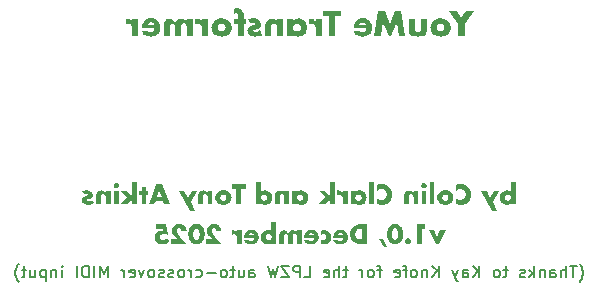
<source format=gbr>
%TF.GenerationSoftware,KiCad,Pcbnew,9.0.6*%
%TF.CreationDate,2025-12-29T19:08:17-05:00*%
%TF.ProjectId,rp2350-dual-usb,72703233-3530-42d6-9475-616c2d757362,rev?*%
%TF.SameCoordinates,Original*%
%TF.FileFunction,Legend,Bot*%
%TF.FilePolarity,Positive*%
%FSLAX46Y46*%
G04 Gerber Fmt 4.6, Leading zero omitted, Abs format (unit mm)*
G04 Created by KiCad (PCBNEW 9.0.6) date 2025-12-29 19:08:17*
%MOMM*%
%LPD*%
G01*
G04 APERTURE LIST*
%ADD10C,0.250000*%
%ADD11C,0.300000*%
%ADD12C,0.200000*%
%ADD13C,0.320000*%
%ADD14C,0.650000*%
%ADD15O,2.100000X1.000000*%
%ADD16O,1.600000X1.000000*%
%ADD17C,2.200000*%
%ADD18C,1.600000*%
G04 APERTURE END LIST*
D10*
G36*
X137446640Y-123028721D02*
G01*
X137181826Y-123600087D01*
X136912753Y-123028721D01*
X136474456Y-123028721D01*
X137053867Y-124143250D01*
X137316410Y-124143250D01*
X137889291Y-123028721D01*
X137446640Y-123028721D01*
G37*
G36*
X135899493Y-122865176D02*
G01*
X136138753Y-122865176D01*
X136138753Y-122501742D01*
X135475487Y-122501742D01*
X135475487Y-124143250D01*
X135899493Y-124143250D01*
X135899493Y-122865176D01*
G37*
G36*
X134980309Y-123937209D02*
G01*
X134975380Y-123886321D01*
X134960718Y-123838401D01*
X134937237Y-123794496D01*
X134906392Y-123756912D01*
X134868739Y-123725982D01*
X134824904Y-123702492D01*
X134776958Y-123687834D01*
X134725906Y-123682901D01*
X134674854Y-123687834D01*
X134626908Y-123702492D01*
X134583010Y-123725992D01*
X134545420Y-123756912D01*
X134514521Y-123794506D01*
X134491094Y-123838401D01*
X134476432Y-123886321D01*
X134471503Y-123937209D01*
X134476436Y-123988261D01*
X134491094Y-124036207D01*
X134514516Y-124080119D01*
X134545420Y-124117790D01*
X134583004Y-124148635D01*
X134626908Y-124172116D01*
X134674854Y-124186774D01*
X134725906Y-124191707D01*
X134776958Y-124186774D01*
X134824904Y-124172116D01*
X134868746Y-124148645D01*
X134906392Y-124117790D01*
X134937242Y-124080129D01*
X134960718Y-124036207D01*
X134975376Y-123988261D01*
X134980309Y-123937209D01*
G37*
G36*
X133722196Y-122466452D02*
G01*
X133815458Y-122487232D01*
X133902029Y-122521334D01*
X133982573Y-122568092D01*
X134055465Y-122626138D01*
X134121319Y-122696236D01*
X134177115Y-122774910D01*
X134224963Y-122865353D01*
X134264611Y-122969000D01*
X134292333Y-123076652D01*
X134309566Y-123194694D01*
X134315529Y-123324389D01*
X134309566Y-123454084D01*
X134292333Y-123572125D01*
X134264611Y-123679777D01*
X134225010Y-123783454D01*
X134177167Y-123874298D01*
X134121319Y-123953677D01*
X134055398Y-124024483D01*
X133982504Y-124082922D01*
X133902029Y-124129810D01*
X133815463Y-124163858D01*
X133722200Y-124184607D01*
X133620936Y-124191707D01*
X133521112Y-124184656D01*
X133428191Y-124163952D01*
X133340979Y-124129810D01*
X133259843Y-124082814D01*
X133186973Y-124024361D01*
X133121688Y-123953677D01*
X133066451Y-123874367D01*
X133018950Y-123783525D01*
X132979438Y-123679777D01*
X132951663Y-123572121D01*
X132934399Y-123454080D01*
X132928425Y-123324389D01*
X133352431Y-123324389D01*
X133357504Y-123431038D01*
X133371833Y-123523331D01*
X133395642Y-123609004D01*
X133425496Y-123678452D01*
X133464808Y-123737724D01*
X133510297Y-123780100D01*
X133563385Y-123807211D01*
X133620936Y-123816159D01*
X133680120Y-123807104D01*
X133732616Y-123780100D01*
X133777491Y-123737862D01*
X133817512Y-123678452D01*
X133848159Y-123608928D01*
X133872216Y-123523331D01*
X133886475Y-123431041D01*
X133891524Y-123324389D01*
X133886518Y-123219629D01*
X133872216Y-123126677D01*
X133848059Y-123040161D01*
X133817512Y-122971461D01*
X133777556Y-122912944D01*
X133732616Y-122870949D01*
X133680120Y-122843945D01*
X133620936Y-122834889D01*
X133563385Y-122843837D01*
X133510297Y-122870949D01*
X133464743Y-122913082D01*
X133425496Y-122971461D01*
X133395741Y-123040082D01*
X133371833Y-123126677D01*
X133357460Y-123219633D01*
X133352431Y-123324389D01*
X132928425Y-123324389D01*
X132934399Y-123194697D01*
X132951663Y-123076656D01*
X132979438Y-122969000D01*
X133018997Y-122865281D01*
X133066504Y-122774840D01*
X133121688Y-122696236D01*
X133186906Y-122626259D01*
X133259773Y-122568199D01*
X133340979Y-122521334D01*
X133428195Y-122487138D01*
X133521116Y-122466403D01*
X133620936Y-122459342D01*
X133722196Y-122466452D01*
G37*
G36*
X132626889Y-123725301D02*
G01*
X132258061Y-123725301D01*
X132657270Y-124446111D01*
X132909023Y-124446111D01*
X132626889Y-123725301D01*
G37*
G36*
X131238460Y-124143250D02*
G01*
X130608698Y-124143250D01*
X130497198Y-124135605D01*
X130392253Y-124113066D01*
X130292682Y-124075768D01*
X130198588Y-124025377D01*
X130113395Y-123965258D01*
X130036385Y-123895093D01*
X129968733Y-123815854D01*
X129911639Y-123728655D01*
X129864796Y-123632739D01*
X129830359Y-123531792D01*
X129809789Y-123428662D01*
X129802898Y-123322496D01*
X130245076Y-123322496D01*
X130253217Y-123419345D01*
X130276781Y-123505632D01*
X130315874Y-123583784D01*
X130368775Y-123649775D01*
X130434942Y-123703383D01*
X130516609Y-123745176D01*
X130608132Y-123770786D01*
X130715835Y-123779816D01*
X130814454Y-123779816D01*
X130814454Y-122865176D01*
X130715835Y-122865176D01*
X130610046Y-122874184D01*
X130518786Y-122899910D01*
X130437122Y-122941629D01*
X130370952Y-122995217D01*
X130317879Y-123061333D01*
X130277917Y-123140401D01*
X130253433Y-123227369D01*
X130245076Y-123322496D01*
X129802898Y-123322496D01*
X129809942Y-123214933D01*
X129830912Y-123111126D01*
X129865931Y-123010170D01*
X129913421Y-122914269D01*
X129970873Y-122827458D01*
X130038562Y-122748953D01*
X130115517Y-122679366D01*
X130200709Y-122619585D01*
X130294858Y-122569318D01*
X130394411Y-122531903D01*
X130498647Y-122509365D01*
X130608698Y-122501742D01*
X131238460Y-122501742D01*
X131238460Y-124143250D01*
G37*
G36*
X129132295Y-122997382D02*
G01*
X129250934Y-123028815D01*
X129357338Y-123080798D01*
X129445049Y-123149581D01*
X129494029Y-123204996D01*
X129535218Y-123268178D01*
X129568749Y-123340005D01*
X129592378Y-123415864D01*
X129607027Y-123499323D01*
X129612096Y-123591474D01*
X129606797Y-123680472D01*
X129591444Y-123761344D01*
X129566572Y-123835183D01*
X129511251Y-123936749D01*
X129437477Y-124022389D01*
X129346626Y-124091084D01*
X129236832Y-124143155D01*
X129115596Y-124174704D01*
X128978643Y-124185650D01*
X128844979Y-124176541D01*
X128733266Y-124151035D01*
X128639832Y-124111044D01*
X128561710Y-124057297D01*
X128496817Y-123989286D01*
X128444112Y-123905314D01*
X128403680Y-123802625D01*
X128782067Y-123802625D01*
X128818775Y-123848657D01*
X128862094Y-123880652D01*
X128913250Y-123900172D01*
X128974478Y-123907018D01*
X129050411Y-123899233D01*
X129107980Y-123878012D01*
X129151538Y-123844815D01*
X129183626Y-123798649D01*
X129204551Y-123736260D01*
X129212319Y-123652614D01*
X128388537Y-123652614D01*
X128388537Y-123611255D01*
X128399289Y-123469953D01*
X128411265Y-123422440D01*
X128753958Y-123422440D01*
X129201530Y-123422440D01*
X129186113Y-123367492D01*
X129161942Y-123323443D01*
X129129127Y-123288329D01*
X129088505Y-123262502D01*
X129039825Y-123246424D01*
X128981009Y-123240723D01*
X128925135Y-123246491D01*
X128876667Y-123263124D01*
X128834027Y-123290506D01*
X128798476Y-123326947D01*
X128771881Y-123370495D01*
X128753958Y-123422440D01*
X128411265Y-123422440D01*
X128429802Y-123348902D01*
X128461975Y-123274007D01*
X128501721Y-123208672D01*
X128549053Y-123151853D01*
X128604379Y-123102789D01*
X128667698Y-123061823D01*
X128739950Y-123028815D01*
X128857336Y-122997364D01*
X128993786Y-122986320D01*
X129132295Y-122997382D01*
G37*
G36*
X127323980Y-123389315D02*
G01*
X127394871Y-123349532D01*
X127463609Y-123326843D01*
X127531534Y-123319467D01*
X127586946Y-123324452D01*
X127637536Y-123339059D01*
X127683783Y-123362836D01*
X127723851Y-123394709D01*
X127756774Y-123433875D01*
X127781773Y-123479889D01*
X127797141Y-123531080D01*
X127802501Y-123590149D01*
X127797192Y-123647237D01*
X127781773Y-123698138D01*
X127756982Y-123744210D01*
X127724892Y-123783223D01*
X127685604Y-123814927D01*
X127638672Y-123838874D01*
X127587100Y-123853576D01*
X127531534Y-123858560D01*
X127459833Y-123850280D01*
X127391168Y-123825309D01*
X127323980Y-123782182D01*
X127323980Y-124116655D01*
X127422626Y-124152581D01*
X127514214Y-124173033D01*
X127599962Y-124179593D01*
X127719126Y-124169163D01*
X127831367Y-124138233D01*
X127934888Y-124087677D01*
X128024725Y-124019550D01*
X128099630Y-123935002D01*
X128158362Y-123834331D01*
X128185759Y-123760906D01*
X128202559Y-123681055D01*
X128208334Y-123593651D01*
X128202826Y-123506015D01*
X128186764Y-123425367D01*
X128160539Y-123350700D01*
X128103701Y-123247820D01*
X128030214Y-123161222D01*
X127940524Y-123090928D01*
X127833544Y-123037049D01*
X127716280Y-123003710D01*
X127589173Y-122992377D01*
X127494986Y-122999303D01*
X127406974Y-123019688D01*
X127323980Y-123053423D01*
X127323980Y-123389315D01*
G37*
G36*
X126665491Y-122997382D02*
G01*
X126784130Y-123028815D01*
X126890534Y-123080798D01*
X126978245Y-123149581D01*
X127027225Y-123204996D01*
X127068414Y-123268178D01*
X127101945Y-123340005D01*
X127125574Y-123415864D01*
X127140223Y-123499323D01*
X127145292Y-123591474D01*
X127139993Y-123680472D01*
X127124640Y-123761344D01*
X127099768Y-123835183D01*
X127044448Y-123936749D01*
X126970674Y-124022389D01*
X126879822Y-124091084D01*
X126770028Y-124143155D01*
X126648792Y-124174704D01*
X126511839Y-124185650D01*
X126378175Y-124176541D01*
X126266462Y-124151035D01*
X126173028Y-124111044D01*
X126094906Y-124057297D01*
X126030013Y-123989286D01*
X125977308Y-123905314D01*
X125936876Y-123802625D01*
X126315263Y-123802625D01*
X126351971Y-123848657D01*
X126395290Y-123880652D01*
X126446446Y-123900172D01*
X126507675Y-123907018D01*
X126583608Y-123899233D01*
X126641176Y-123878012D01*
X126684734Y-123844815D01*
X126716822Y-123798649D01*
X126737747Y-123736260D01*
X126745515Y-123652614D01*
X125921733Y-123652614D01*
X125921733Y-123611255D01*
X125932486Y-123469953D01*
X125944462Y-123422440D01*
X126287154Y-123422440D01*
X126734726Y-123422440D01*
X126719309Y-123367492D01*
X126695138Y-123323443D01*
X126662323Y-123288329D01*
X126621701Y-123262502D01*
X126573022Y-123246424D01*
X126514205Y-123240723D01*
X126458331Y-123246491D01*
X126409863Y-123263124D01*
X126367223Y-123290506D01*
X126331672Y-123326947D01*
X126305077Y-123370495D01*
X126287154Y-123422440D01*
X125944462Y-123422440D01*
X125962998Y-123348902D01*
X125995171Y-123274007D01*
X126034917Y-123208672D01*
X126082249Y-123151853D01*
X126137575Y-123102789D01*
X126200894Y-123061823D01*
X126273146Y-123028815D01*
X126390533Y-122997364D01*
X126526982Y-122986320D01*
X126665491Y-122997382D01*
G37*
G36*
X125699130Y-123028721D02*
G01*
X125305411Y-123028721D01*
X125305411Y-123164819D01*
X125220048Y-123095598D01*
X125132389Y-123048047D01*
X125041208Y-123019968D01*
X124944816Y-123010549D01*
X124848418Y-123019264D01*
X124764441Y-123044308D01*
X124690502Y-123085101D01*
X124624927Y-123142509D01*
X124566903Y-123218766D01*
X124508149Y-123142303D01*
X124442266Y-123084851D01*
X124368482Y-123044131D01*
X124285195Y-123019202D01*
X124190124Y-123010549D01*
X124113634Y-123016346D01*
X124042764Y-123033358D01*
X123978032Y-123062871D01*
X123923701Y-123105004D01*
X123879865Y-123159742D01*
X123844579Y-123231921D01*
X123823194Y-123314698D01*
X123815334Y-123420736D01*
X123815334Y-124143250D01*
X124209053Y-124143250D01*
X124209053Y-123594787D01*
X124212346Y-123514041D01*
X124220884Y-123456039D01*
X124236312Y-123405682D01*
X124255429Y-123371521D01*
X124280498Y-123345608D01*
X124308240Y-123330351D01*
X124372788Y-123319467D01*
X124438009Y-123329653D01*
X124487309Y-123358371D01*
X124524739Y-123407095D01*
X124550391Y-123482419D01*
X124560372Y-123594787D01*
X124560372Y-124143250D01*
X124954092Y-124143250D01*
X124954092Y-123592515D01*
X124957109Y-123511272D01*
X124964976Y-123452158D01*
X124979025Y-123400118D01*
X124996398Y-123363950D01*
X125020375Y-123336176D01*
X125049588Y-123319373D01*
X125083684Y-123310533D01*
X125125397Y-123307353D01*
X125194866Y-123318237D01*
X125224870Y-123333869D01*
X125252315Y-123360732D01*
X125273595Y-123396242D01*
X125291309Y-123447805D01*
X125301460Y-123507508D01*
X125305411Y-123592515D01*
X125305411Y-124143250D01*
X125699130Y-124143250D01*
X125699130Y-123028721D01*
G37*
G36*
X123547302Y-124143250D02*
G01*
X123153582Y-124143250D01*
X123153582Y-124019928D01*
X123085110Y-124089812D01*
X123006790Y-124138999D01*
X122916654Y-124169095D01*
X122811633Y-124179593D01*
X122733295Y-124174281D01*
X122659620Y-124158627D01*
X122589787Y-124132744D01*
X122493544Y-124077286D01*
X122411288Y-124005258D01*
X122344261Y-123918184D01*
X122293267Y-123815781D01*
X122261770Y-123703968D01*
X122251641Y-123589298D01*
X122662947Y-123589298D01*
X122668078Y-123638380D01*
X122683485Y-123685361D01*
X122707267Y-123728653D01*
X122737243Y-123766187D01*
X122773434Y-123797229D01*
X122815797Y-123820797D01*
X122862300Y-123835430D01*
X122912713Y-123840388D01*
X122963070Y-123835185D01*
X123010575Y-123819661D01*
X123054134Y-123795486D01*
X123091306Y-123765052D01*
X123121824Y-123728335D01*
X123145064Y-123685361D01*
X123159558Y-123638143D01*
X123164466Y-123587121D01*
X123159347Y-123535830D01*
X123144118Y-123487650D01*
X123120244Y-123443425D01*
X123090265Y-123405783D01*
X123054008Y-123374752D01*
X123011711Y-123351268D01*
X122965122Y-123336561D01*
X122914700Y-123331582D01*
X122862618Y-123336864D01*
X122815797Y-123352309D01*
X122773203Y-123376638D01*
X122736202Y-123407959D01*
X122705627Y-123445715D01*
X122682349Y-123489827D01*
X122667837Y-123537964D01*
X122662947Y-123589298D01*
X122251641Y-123589298D01*
X122251056Y-123582672D01*
X122261488Y-123463450D01*
X122292226Y-123352877D01*
X122341640Y-123251357D01*
X122405799Y-123165576D01*
X122485365Y-123094618D01*
X122581175Y-123039226D01*
X122651053Y-123013464D01*
X122726105Y-122997751D01*
X122807279Y-122992377D01*
X122908465Y-123001790D01*
X122998529Y-123029110D01*
X123079714Y-123074099D01*
X123153582Y-123138034D01*
X123153582Y-122338197D01*
X123547302Y-122338197D01*
X123547302Y-124143250D01*
G37*
G36*
X121589539Y-122997382D02*
G01*
X121708177Y-123028815D01*
X121814582Y-123080798D01*
X121902293Y-123149581D01*
X121951272Y-123204996D01*
X121992461Y-123268178D01*
X122025992Y-123340005D01*
X122049621Y-123415864D01*
X122064270Y-123499323D01*
X122069339Y-123591474D01*
X122064040Y-123680472D01*
X122048687Y-123761344D01*
X122023816Y-123835183D01*
X121968495Y-123936749D01*
X121894721Y-124022389D01*
X121803869Y-124091084D01*
X121694075Y-124143155D01*
X121572840Y-124174704D01*
X121435886Y-124185650D01*
X121302222Y-124176541D01*
X121190510Y-124151035D01*
X121097075Y-124111044D01*
X121018953Y-124057297D01*
X120954061Y-123989286D01*
X120901356Y-123905314D01*
X120860923Y-123802625D01*
X121239311Y-123802625D01*
X121276019Y-123848657D01*
X121319338Y-123880652D01*
X121370493Y-123900172D01*
X121431722Y-123907018D01*
X121507655Y-123899233D01*
X121565224Y-123878012D01*
X121608781Y-123844815D01*
X121640869Y-123798649D01*
X121661794Y-123736260D01*
X121669563Y-123652614D01*
X120845780Y-123652614D01*
X120845780Y-123611255D01*
X120856533Y-123469953D01*
X120868509Y-123422440D01*
X121211201Y-123422440D01*
X121658773Y-123422440D01*
X121643356Y-123367492D01*
X121619185Y-123323443D01*
X121586370Y-123288329D01*
X121545748Y-123262502D01*
X121497069Y-123246424D01*
X121438252Y-123240723D01*
X121382378Y-123246491D01*
X121333910Y-123263124D01*
X121291270Y-123290506D01*
X121255720Y-123326947D01*
X121229125Y-123370495D01*
X121211201Y-123422440D01*
X120868509Y-123422440D01*
X120887045Y-123348902D01*
X120919219Y-123274007D01*
X120958965Y-123208672D01*
X121006297Y-123151853D01*
X121061623Y-123102789D01*
X121124941Y-123061823D01*
X121197194Y-123028815D01*
X121314580Y-122997364D01*
X121451029Y-122986320D01*
X121589539Y-122997382D01*
G37*
G36*
X120623177Y-123028721D02*
G01*
X120229458Y-123028721D01*
X120229458Y-123212425D01*
X120183455Y-123149324D01*
X120132288Y-123098319D01*
X120075661Y-123058155D01*
X120012966Y-123028833D01*
X119942667Y-123010765D01*
X119863185Y-123004492D01*
X119829587Y-123004492D01*
X119787281Y-123008940D01*
X119787281Y-123387043D01*
X119868166Y-123357899D01*
X119956410Y-123348050D01*
X120043780Y-123358045D01*
X120110384Y-123385541D01*
X120161220Y-123429349D01*
X120197199Y-123487440D01*
X120220741Y-123564666D01*
X120229458Y-123666622D01*
X120229458Y-124143250D01*
X120623177Y-124143250D01*
X120623177Y-123028721D01*
G37*
G36*
X117635452Y-124143250D02*
G01*
X118952141Y-124143250D01*
X118547727Y-123720285D01*
X118398065Y-123557393D01*
X118296920Y-123435879D01*
X118213672Y-123322357D01*
X118161768Y-123238641D01*
X118123714Y-123160606D01*
X118106591Y-123107843D01*
X118095801Y-123022853D01*
X118107537Y-122950923D01*
X118122283Y-122917849D01*
X118142839Y-122888837D01*
X118168648Y-122864377D01*
X118199531Y-122845206D01*
X118234640Y-122833128D01*
X118277518Y-122828832D01*
X118331944Y-122835529D01*
X118375651Y-122854433D01*
X118411155Y-122885429D01*
X118437481Y-122925507D01*
X118453598Y-122972065D01*
X118459235Y-123026828D01*
X118452799Y-123096486D01*
X118919584Y-123096486D01*
X118914176Y-123002044D01*
X118898480Y-122915734D01*
X118873019Y-122836498D01*
X118837307Y-122761353D01*
X118793639Y-122694417D01*
X118741842Y-122634906D01*
X118682333Y-122583141D01*
X118615763Y-122539867D01*
X118541386Y-122504865D01*
X118462906Y-122479909D01*
X118378288Y-122464595D01*
X118286604Y-122459342D01*
X118153744Y-122470461D01*
X118034093Y-122502783D01*
X117925042Y-122555454D01*
X117833543Y-122624401D01*
X117758401Y-122709671D01*
X117701325Y-122810093D01*
X117675028Y-122883094D01*
X117659060Y-122960633D01*
X117653624Y-123043580D01*
X117660153Y-123131913D01*
X117679367Y-123214424D01*
X117711168Y-123292210D01*
X117754362Y-123364802D01*
X117814602Y-123442377D01*
X117894777Y-123525697D01*
X118166311Y-123779816D01*
X117635452Y-123779816D01*
X117635452Y-124143250D01*
G37*
G36*
X116899774Y-122466452D02*
G01*
X116993036Y-122487232D01*
X117079608Y-122521334D01*
X117160152Y-122568092D01*
X117233044Y-122626138D01*
X117298898Y-122696236D01*
X117354694Y-122774910D01*
X117402542Y-122865353D01*
X117442189Y-122969000D01*
X117469912Y-123076652D01*
X117487144Y-123194694D01*
X117493108Y-123324389D01*
X117487144Y-123454084D01*
X117469912Y-123572125D01*
X117442189Y-123679777D01*
X117402588Y-123783454D01*
X117354746Y-123874298D01*
X117298898Y-123953677D01*
X117232976Y-124024483D01*
X117160083Y-124082922D01*
X117079608Y-124129810D01*
X116993041Y-124163858D01*
X116899778Y-124184607D01*
X116798515Y-124191707D01*
X116698690Y-124184656D01*
X116605769Y-124163952D01*
X116518557Y-124129810D01*
X116437422Y-124082814D01*
X116364552Y-124024361D01*
X116299267Y-123953677D01*
X116244030Y-123874367D01*
X116196528Y-123783525D01*
X116157017Y-123679777D01*
X116129242Y-123572121D01*
X116111978Y-123454080D01*
X116106004Y-123324389D01*
X116530009Y-123324389D01*
X116535083Y-123431038D01*
X116549411Y-123523331D01*
X116573221Y-123609004D01*
X116603075Y-123678452D01*
X116642386Y-123737724D01*
X116687876Y-123780100D01*
X116740963Y-123807211D01*
X116798515Y-123816159D01*
X116857698Y-123807104D01*
X116910195Y-123780100D01*
X116955070Y-123737862D01*
X116995090Y-123678452D01*
X117025738Y-123608928D01*
X117049795Y-123523331D01*
X117064053Y-123431041D01*
X117069102Y-123324389D01*
X117064097Y-123219629D01*
X117049795Y-123126677D01*
X117025638Y-123040161D01*
X116995090Y-122971461D01*
X116955134Y-122912944D01*
X116910195Y-122870949D01*
X116857698Y-122843945D01*
X116798515Y-122834889D01*
X116740963Y-122843837D01*
X116687876Y-122870949D01*
X116642321Y-122913082D01*
X116603075Y-122971461D01*
X116573320Y-123040082D01*
X116549411Y-123126677D01*
X116535039Y-123219633D01*
X116530009Y-123324389D01*
X116106004Y-123324389D01*
X116111978Y-123194697D01*
X116129242Y-123076656D01*
X116157017Y-122969000D01*
X116196575Y-122865281D01*
X116244082Y-122774840D01*
X116299267Y-122696236D01*
X116364484Y-122626259D01*
X116437352Y-122568199D01*
X116518557Y-122521334D01*
X116605774Y-122487138D01*
X116698694Y-122466403D01*
X116798515Y-122459342D01*
X116899774Y-122466452D01*
G37*
G36*
X114685585Y-124143250D02*
G01*
X116002274Y-124143250D01*
X115597859Y-123720285D01*
X115448198Y-123557393D01*
X115347053Y-123435879D01*
X115263804Y-123322357D01*
X115211901Y-123238641D01*
X115173846Y-123160606D01*
X115156723Y-123107843D01*
X115145934Y-123022853D01*
X115157670Y-122950923D01*
X115172415Y-122917849D01*
X115192972Y-122888837D01*
X115218780Y-122864377D01*
X115249664Y-122845206D01*
X115284773Y-122833128D01*
X115327651Y-122828832D01*
X115382076Y-122835529D01*
X115425783Y-122854433D01*
X115461288Y-122885429D01*
X115487614Y-122925507D01*
X115503731Y-122972065D01*
X115509367Y-123026828D01*
X115502931Y-123096486D01*
X115969716Y-123096486D01*
X115964309Y-123002044D01*
X115948612Y-122915734D01*
X115923151Y-122836498D01*
X115887440Y-122761353D01*
X115843772Y-122694417D01*
X115791975Y-122634906D01*
X115732465Y-122583141D01*
X115665896Y-122539867D01*
X115591518Y-122504865D01*
X115513039Y-122479909D01*
X115428420Y-122464595D01*
X115336736Y-122459342D01*
X115203877Y-122470461D01*
X115084226Y-122502783D01*
X114975174Y-122555454D01*
X114883675Y-122624401D01*
X114808534Y-122709671D01*
X114751457Y-122810093D01*
X114725161Y-122883094D01*
X114709193Y-122960633D01*
X114703757Y-123043580D01*
X114710285Y-123131913D01*
X114729499Y-123214424D01*
X114761300Y-123292210D01*
X114804494Y-123364802D01*
X114864735Y-123442377D01*
X114944910Y-123525697D01*
X115216444Y-123779816D01*
X114685585Y-123779816D01*
X114685585Y-124143250D01*
G37*
G36*
X113371736Y-122871233D02*
G01*
X113936572Y-122871233D01*
X113964775Y-123050489D01*
X113893319Y-123042917D01*
X113826311Y-123039699D01*
X113706289Y-123050756D01*
X113596989Y-123083141D01*
X113497829Y-123135107D01*
X113415272Y-123202392D01*
X113348171Y-123285153D01*
X113296304Y-123384677D01*
X113264109Y-123494533D01*
X113253052Y-123616744D01*
X113258708Y-123703877D01*
X113275118Y-123783055D01*
X113301794Y-123855437D01*
X113338861Y-123922978D01*
X113384581Y-123983144D01*
X113439406Y-124036586D01*
X113501421Y-124081640D01*
X113573217Y-124120010D01*
X113656046Y-124151484D01*
X113788143Y-124181268D01*
X113939600Y-124191707D01*
X114084609Y-124182499D01*
X114220220Y-124155459D01*
X114349263Y-124109755D01*
X114470364Y-124044820D01*
X114407426Y-123644286D01*
X114295794Y-123727409D01*
X114186148Y-123785779D01*
X114073445Y-123822755D01*
X113971211Y-123834331D01*
X113887123Y-123825820D01*
X113819644Y-123802076D01*
X113765171Y-123764200D01*
X113722743Y-123713339D01*
X113697729Y-123656126D01*
X113689172Y-123590339D01*
X113695620Y-123532460D01*
X113714383Y-123481569D01*
X113745692Y-123436030D01*
X113791198Y-123394899D01*
X113862723Y-123354920D01*
X113950343Y-123329530D01*
X114058000Y-123320414D01*
X114132181Y-123324382D01*
X114209998Y-123336598D01*
X114287120Y-123357235D01*
X114363984Y-123387327D01*
X114227318Y-122507799D01*
X113371736Y-122507799D01*
X113371736Y-122871233D01*
G37*
D11*
G36*
X139510746Y-105544926D02*
G01*
X140280721Y-104445833D01*
X139625540Y-104445833D01*
X139234385Y-105023468D01*
X138846039Y-104445833D01*
X138190857Y-104445833D01*
X138963642Y-105544926D01*
X138963642Y-106560000D01*
X139510746Y-106560000D01*
X139510746Y-105544926D01*
G37*
G36*
X137596952Y-105073984D02*
G01*
X137711690Y-105093823D01*
X137818509Y-105126172D01*
X137967228Y-105196966D01*
X138091206Y-105287739D01*
X138193246Y-105399378D01*
X138270114Y-105529173D01*
X138305711Y-105623632D01*
X138327194Y-105722954D01*
X138334472Y-105828248D01*
X138327032Y-105944908D01*
X138305386Y-106051653D01*
X138270114Y-106149916D01*
X138221444Y-106242339D01*
X138162382Y-106324887D01*
X138092550Y-106398433D01*
X138013247Y-106461677D01*
X137923706Y-106515028D01*
X137822783Y-106558534D01*
X137661282Y-106600306D01*
X137481454Y-106614710D01*
X137298723Y-106600338D01*
X137133286Y-106558534D01*
X137029434Y-106514997D01*
X136938072Y-106462054D01*
X136857902Y-106399776D01*
X136755648Y-106287723D01*
X136677529Y-106155533D01*
X136641350Y-106059070D01*
X136619266Y-105955154D01*
X136611705Y-105842414D01*
X136611897Y-105839483D01*
X137146475Y-105839483D01*
X137153203Y-105907860D01*
X137172975Y-105970275D01*
X137203918Y-106027224D01*
X137242829Y-106075788D01*
X137290004Y-106115721D01*
X137346144Y-106146130D01*
X137407630Y-106165046D01*
X137473028Y-106171409D01*
X137538443Y-106165049D01*
X137600034Y-106146130D01*
X137656093Y-106115735D01*
X137703349Y-106075788D01*
X137742190Y-106027237D01*
X137773202Y-105970275D01*
X137792909Y-105907493D01*
X137799703Y-105836674D01*
X137793010Y-105771050D01*
X137773202Y-105710279D01*
X137742270Y-105654448D01*
X137703349Y-105606109D01*
X137656093Y-105566163D01*
X137600034Y-105535767D01*
X137538443Y-105516848D01*
X137473028Y-105510488D01*
X137407630Y-105516851D01*
X137346144Y-105535767D01*
X137290004Y-105566176D01*
X137242829Y-105606109D01*
X137203918Y-105654673D01*
X137172975Y-105711622D01*
X137153134Y-105773649D01*
X137146475Y-105839483D01*
X136611897Y-105839483D01*
X136619108Y-105729530D01*
X136640714Y-105625566D01*
X136676063Y-105529173D01*
X136724847Y-105438801D01*
X136784792Y-105357653D01*
X136856437Y-105284930D01*
X136981577Y-105194420D01*
X137130477Y-105124829D01*
X137293205Y-105081928D01*
X137473150Y-105067187D01*
X137596952Y-105073984D01*
G37*
G36*
X135811932Y-105121898D02*
G01*
X135811932Y-105933639D01*
X135800192Y-106035352D01*
X135768863Y-106107159D01*
X135720103Y-106157070D01*
X135650942Y-106188713D01*
X135554012Y-106200474D01*
X135457081Y-106188713D01*
X135387920Y-106157070D01*
X135339160Y-106107159D01*
X135307832Y-106035352D01*
X135296091Y-105933639D01*
X135296091Y-105121898D01*
X134788066Y-105121898D01*
X134788066Y-106030969D01*
X134801350Y-106174340D01*
X134838598Y-106291904D01*
X134897932Y-106388878D01*
X134980285Y-106468775D01*
X135078305Y-106527987D01*
X135202581Y-106573660D01*
X135358878Y-106603720D01*
X135554012Y-106614710D01*
X135749145Y-106603720D01*
X135905443Y-106573660D01*
X136029718Y-106527987D01*
X136127738Y-106468775D01*
X136210091Y-106388878D01*
X136269425Y-106291904D01*
X136306673Y-106174340D01*
X136319957Y-106030969D01*
X136319957Y-105121898D01*
X135811932Y-105121898D01*
G37*
G36*
X134493998Y-106560000D02*
G01*
X134135571Y-104441926D01*
X133592375Y-104441926D01*
X133169591Y-105571182D01*
X132749615Y-104441926D01*
X132206419Y-104441926D01*
X131847993Y-106560000D01*
X132393998Y-106560000D01*
X132576081Y-105340861D01*
X133074458Y-106560000D01*
X133292811Y-106560000D01*
X133766032Y-105340861D01*
X133947993Y-106560000D01*
X134493998Y-106560000D01*
G37*
G36*
X131062200Y-105081461D02*
G01*
X131215282Y-105122020D01*
X131352578Y-105189094D01*
X131465753Y-105277847D01*
X131528953Y-105349350D01*
X131582100Y-105430874D01*
X131625365Y-105523555D01*
X131655854Y-105621438D01*
X131674756Y-105729127D01*
X131681297Y-105848032D01*
X131674460Y-105962867D01*
X131654649Y-106067218D01*
X131622557Y-106162494D01*
X131551175Y-106293547D01*
X131455983Y-106404050D01*
X131338755Y-106492689D01*
X131197086Y-106559877D01*
X131040653Y-106600586D01*
X130863938Y-106614710D01*
X130691468Y-106602956D01*
X130547323Y-106570045D01*
X130426763Y-106518445D01*
X130325960Y-106449093D01*
X130242228Y-106361337D01*
X130174221Y-106252986D01*
X130122051Y-106120484D01*
X130610292Y-106120484D01*
X130657657Y-106179880D01*
X130713553Y-106221164D01*
X130779560Y-106246351D01*
X130858565Y-106255184D01*
X130956543Y-106245139D01*
X131030825Y-106217758D01*
X131087029Y-106174922D01*
X131128432Y-106115354D01*
X131155433Y-106034851D01*
X131165456Y-105926922D01*
X130102511Y-105926922D01*
X130102511Y-105873555D01*
X130116386Y-105691230D01*
X130131839Y-105629923D01*
X130574022Y-105629923D01*
X131151534Y-105629923D01*
X131131641Y-105559022D01*
X131100453Y-105502185D01*
X131058111Y-105456877D01*
X131005696Y-105423551D01*
X130942884Y-105402805D01*
X130866991Y-105395450D01*
X130794896Y-105402892D01*
X130732356Y-105424353D01*
X130677337Y-105459685D01*
X130631465Y-105506706D01*
X130597149Y-105562897D01*
X130574022Y-105629923D01*
X130131839Y-105629923D01*
X130155756Y-105535034D01*
X130197271Y-105438397D01*
X130248555Y-105354093D01*
X130309629Y-105280778D01*
X130381018Y-105217469D01*
X130462719Y-105164610D01*
X130555948Y-105122020D01*
X130707414Y-105081437D01*
X130883478Y-105067187D01*
X131062200Y-105081461D01*
G37*
G36*
X128011793Y-104910872D02*
G01*
X128011793Y-106560000D01*
X128558897Y-106560000D01*
X128558897Y-104910872D01*
X129012211Y-104910872D01*
X129012211Y-104441926D01*
X127558478Y-104441926D01*
X127558478Y-104910872D01*
X128011793Y-104910872D01*
G37*
G36*
X127427564Y-105121898D02*
G01*
X126919539Y-105121898D01*
X126919539Y-105358935D01*
X126860180Y-105277515D01*
X126794158Y-105211703D01*
X126721091Y-105159877D01*
X126640194Y-105122042D01*
X126549486Y-105098729D01*
X126446929Y-105090635D01*
X126403576Y-105090635D01*
X126348987Y-105096374D01*
X126348987Y-105584249D01*
X126453356Y-105546644D01*
X126567218Y-105533935D01*
X126679955Y-105546832D01*
X126765895Y-105582311D01*
X126831489Y-105638838D01*
X126877914Y-105713794D01*
X126908291Y-105813441D01*
X126919539Y-105944996D01*
X126919539Y-106560000D01*
X127427564Y-106560000D01*
X127427564Y-105121898D01*
G37*
G36*
X125546969Y-105081956D02*
G01*
X125643590Y-105102249D01*
X125733129Y-105135453D01*
X125856021Y-105207074D01*
X125959908Y-105299951D01*
X126044068Y-105411850D01*
X126108286Y-105542972D01*
X126148007Y-105685277D01*
X126161409Y-105836674D01*
X126147439Y-105998085D01*
X126106820Y-106143199D01*
X126040902Y-106275328D01*
X125954291Y-106387686D01*
X125848031Y-106479986D01*
X125724825Y-106549253D01*
X125588428Y-106592174D01*
X125436374Y-106606894D01*
X125302041Y-106593398D01*
X125186357Y-106554640D01*
X125085452Y-106491183D01*
X124996859Y-106400875D01*
X124996859Y-106560000D01*
X124488834Y-106560000D01*
X124488834Y-105842414D01*
X124980006Y-105842414D01*
X124986755Y-105908168D01*
X125006751Y-105969176D01*
X125037847Y-106025008D01*
X125077093Y-106073468D01*
X125124520Y-106113418D01*
X125181018Y-106143932D01*
X125242988Y-106162848D01*
X125308879Y-106169211D01*
X125377208Y-106162784D01*
X125439549Y-106143932D01*
X125496069Y-106113423D01*
X125543596Y-106073468D01*
X125582359Y-106024733D01*
X125612473Y-105967711D01*
X125631322Y-105905232D01*
X125637752Y-105836674D01*
X125631326Y-105771059D01*
X125612473Y-105711378D01*
X125582514Y-105656639D01*
X125543596Y-105608429D01*
X125496064Y-105568501D01*
X125439549Y-105538087D01*
X125377202Y-105519143D01*
X125308879Y-105512686D01*
X125242994Y-105519079D01*
X125181018Y-105538087D01*
X125124525Y-105568507D01*
X125077093Y-105608429D01*
X125037941Y-105657021D01*
X125006751Y-105714064D01*
X124986730Y-105776256D01*
X124980006Y-105842414D01*
X124488834Y-105842414D01*
X124488834Y-105121898D01*
X124996859Y-105121898D01*
X124996859Y-105264291D01*
X125091129Y-105181249D01*
X125195207Y-105122797D01*
X125311162Y-105087264D01*
X125441991Y-105075003D01*
X125546969Y-105081956D01*
G37*
G36*
X124144940Y-105121898D02*
G01*
X123636915Y-105121898D01*
X123636915Y-105304103D01*
X123563132Y-105224903D01*
X123493463Y-105169679D01*
X123426988Y-105134232D01*
X123314821Y-105102141D01*
X123177616Y-105090635D01*
X123033249Y-105103683D01*
X122918596Y-105139727D01*
X122818716Y-105199068D01*
X122735170Y-105278579D01*
X122683166Y-105356015D01*
X122651151Y-105441245D01*
X122634623Y-105534320D01*
X122628680Y-105645921D01*
X122628680Y-106560000D01*
X123136705Y-106560000D01*
X123136705Y-105833866D01*
X123141058Y-105732453D01*
X123152215Y-105661552D01*
X123174224Y-105600956D01*
X123206681Y-105556406D01*
X123242594Y-105527509D01*
X123282152Y-105508778D01*
X123371423Y-105494734D01*
X123453748Y-105504106D01*
X123518046Y-105530135D01*
X123568527Y-105571915D01*
X123604921Y-105627194D01*
X123628343Y-105698934D01*
X123636915Y-105791856D01*
X123636915Y-106560000D01*
X124144940Y-106560000D01*
X124144940Y-105121898D01*
G37*
G36*
X121330529Y-105491926D02*
G01*
X121426115Y-105450433D01*
X121517444Y-105426622D01*
X121605791Y-105418897D01*
X121671573Y-105426479D01*
X121719608Y-105446985D01*
X121752451Y-105480404D01*
X121763084Y-105522822D01*
X121756123Y-105563489D01*
X121725226Y-105592920D01*
X121655006Y-105618321D01*
X121532885Y-105646409D01*
X121396638Y-105684611D01*
X121294011Y-105735187D01*
X121218300Y-105796496D01*
X121161243Y-105873946D01*
X121126521Y-105964827D01*
X121114375Y-106072979D01*
X121127335Y-106194505D01*
X121164811Y-106300247D01*
X121225059Y-106393189D01*
X121305006Y-106470118D01*
X121401711Y-106530126D01*
X121520795Y-106576730D01*
X121650735Y-106604882D01*
X121798132Y-106614710D01*
X121940743Y-106604812D01*
X122083197Y-106574884D01*
X122226731Y-106524039D01*
X122372469Y-106450701D01*
X122187822Y-106092885D01*
X122040093Y-106177961D01*
X121906276Y-106224811D01*
X121782745Y-106239553D01*
X121716889Y-106231286D01*
X121667462Y-106208534D01*
X121633263Y-106172590D01*
X121622400Y-106129644D01*
X121629483Y-106083115D01*
X121659036Y-106049288D01*
X121725104Y-106021200D01*
X121838921Y-105994333D01*
X121994019Y-105952595D01*
X122100036Y-105904418D01*
X122169137Y-105852062D01*
X122220073Y-105783696D01*
X122251885Y-105698408D01*
X122263293Y-105591332D01*
X122251743Y-105474504D01*
X122218474Y-105372979D01*
X122163815Y-105283255D01*
X122089514Y-105208237D01*
X121998545Y-105149272D01*
X121886426Y-105103946D01*
X121763175Y-105076741D01*
X121621423Y-105067187D01*
X121464550Y-105077462D01*
X121310846Y-105108249D01*
X121159071Y-105160000D01*
X121330529Y-105491926D01*
G37*
G36*
X120315212Y-105543949D02*
G01*
X120315212Y-106560000D01*
X120823237Y-106560000D01*
X120823237Y-105543949D01*
X121003000Y-105543949D01*
X121003000Y-105121898D01*
X120823237Y-105121898D01*
X120823237Y-104905987D01*
X120813650Y-104735718D01*
X120789287Y-104619856D01*
X120753019Y-104533756D01*
X120699284Y-104452916D01*
X120632097Y-104381111D01*
X120554204Y-104319682D01*
X120468030Y-104269939D01*
X120375418Y-104232732D01*
X120279360Y-104209408D01*
X120186618Y-104201835D01*
X120123250Y-104205436D01*
X120066939Y-104215757D01*
X119955686Y-104254836D01*
X119955686Y-104695938D01*
X120050453Y-104657958D01*
X120142532Y-104645136D01*
X120206158Y-104655027D01*
X120236896Y-104669639D01*
X120267096Y-104695816D01*
X120289916Y-104731718D01*
X120305320Y-104784842D01*
X120315212Y-104941280D01*
X120315212Y-105121898D01*
X119955686Y-105121898D01*
X119955686Y-105543949D01*
X120315212Y-105543949D01*
G37*
G36*
X119059896Y-105073984D02*
G01*
X119174635Y-105093823D01*
X119281454Y-105126172D01*
X119430173Y-105196966D01*
X119554151Y-105287739D01*
X119656191Y-105399378D01*
X119733059Y-105529173D01*
X119768655Y-105623632D01*
X119790138Y-105722954D01*
X119797417Y-105828248D01*
X119789977Y-105944908D01*
X119768330Y-106051653D01*
X119733059Y-106149916D01*
X119684389Y-106242339D01*
X119625327Y-106324887D01*
X119555495Y-106398433D01*
X119476192Y-106461677D01*
X119386651Y-106515028D01*
X119285728Y-106558534D01*
X119124226Y-106600306D01*
X118944399Y-106614710D01*
X118761668Y-106600338D01*
X118596231Y-106558534D01*
X118492378Y-106514997D01*
X118401017Y-106462054D01*
X118320847Y-106399776D01*
X118218593Y-106287723D01*
X118140474Y-106155533D01*
X118104295Y-106059070D01*
X118082211Y-105955154D01*
X118074650Y-105842414D01*
X118074842Y-105839483D01*
X118609420Y-105839483D01*
X118616148Y-105907860D01*
X118635920Y-105970275D01*
X118666863Y-106027224D01*
X118705774Y-106075788D01*
X118752948Y-106115721D01*
X118809088Y-106146130D01*
X118870575Y-106165046D01*
X118935973Y-106171409D01*
X119001388Y-106165049D01*
X119062979Y-106146130D01*
X119119038Y-106115735D01*
X119166294Y-106075788D01*
X119205135Y-106027237D01*
X119236147Y-105970275D01*
X119255854Y-105907493D01*
X119262647Y-105836674D01*
X119255955Y-105771050D01*
X119236147Y-105710279D01*
X119205215Y-105654448D01*
X119166294Y-105606109D01*
X119119038Y-105566163D01*
X119062979Y-105535767D01*
X119001388Y-105516848D01*
X118935973Y-105510488D01*
X118870575Y-105516851D01*
X118809088Y-105535767D01*
X118752948Y-105566176D01*
X118705774Y-105606109D01*
X118666863Y-105654673D01*
X118635920Y-105711622D01*
X118616079Y-105773649D01*
X118609420Y-105839483D01*
X118074842Y-105839483D01*
X118082052Y-105729530D01*
X118103659Y-105625566D01*
X118139008Y-105529173D01*
X118187792Y-105438801D01*
X118247737Y-105357653D01*
X118319382Y-105284930D01*
X118444522Y-105194420D01*
X118593422Y-105124829D01*
X118756150Y-105081928D01*
X118936095Y-105067187D01*
X119059896Y-105073984D01*
G37*
G36*
X117782902Y-105121898D02*
G01*
X117274877Y-105121898D01*
X117274877Y-105358935D01*
X117215519Y-105277515D01*
X117149497Y-105211703D01*
X117076430Y-105159877D01*
X116995533Y-105122042D01*
X116904824Y-105098729D01*
X116802267Y-105090635D01*
X116758914Y-105090635D01*
X116704326Y-105096374D01*
X116704326Y-105584249D01*
X116808694Y-105546644D01*
X116922557Y-105533935D01*
X117035293Y-105546832D01*
X117121233Y-105582311D01*
X117186827Y-105638838D01*
X117233252Y-105713794D01*
X117263629Y-105813441D01*
X117274877Y-105944996D01*
X117274877Y-106560000D01*
X117782902Y-106560000D01*
X117782902Y-105121898D01*
G37*
G36*
X116479622Y-105121898D02*
G01*
X115971597Y-105121898D01*
X115971597Y-105297508D01*
X115861452Y-105208191D01*
X115748344Y-105146834D01*
X115630690Y-105110604D01*
X115506315Y-105098450D01*
X115381929Y-105109696D01*
X115273572Y-105142011D01*
X115178167Y-105194646D01*
X115093554Y-105268721D01*
X115018684Y-105367117D01*
X114942872Y-105268455D01*
X114857863Y-105194324D01*
X114762657Y-105141781D01*
X114655191Y-105109615D01*
X114532518Y-105098450D01*
X114433821Y-105105930D01*
X114342375Y-105127882D01*
X114258850Y-105165962D01*
X114188746Y-105220327D01*
X114132184Y-105290958D01*
X114086653Y-105384092D01*
X114059060Y-105490900D01*
X114048917Y-105627725D01*
X114048917Y-106560000D01*
X114556943Y-106560000D01*
X114556943Y-105852306D01*
X114561191Y-105748118D01*
X114572208Y-105673276D01*
X114592115Y-105608300D01*
X114616782Y-105564221D01*
X114649129Y-105530785D01*
X114684926Y-105511099D01*
X114768213Y-105497055D01*
X114852369Y-105510198D01*
X114915982Y-105547253D01*
X114964279Y-105610122D01*
X114997378Y-105707314D01*
X115010257Y-105852306D01*
X115010257Y-106560000D01*
X115518282Y-106560000D01*
X115518282Y-105849375D01*
X115522176Y-105744545D01*
X115532326Y-105668269D01*
X115550454Y-105601120D01*
X115572871Y-105554452D01*
X115603809Y-105518615D01*
X115641503Y-105496933D01*
X115685499Y-105485527D01*
X115739322Y-105481423D01*
X115828959Y-105495467D01*
X115867674Y-105515638D01*
X115903087Y-105550300D01*
X115930544Y-105596119D01*
X115953401Y-105662651D01*
X115966500Y-105739687D01*
X115971597Y-105849375D01*
X115971597Y-106560000D01*
X116479622Y-106560000D01*
X116479622Y-105121898D01*
G37*
G36*
X113138683Y-105081461D02*
G01*
X113291765Y-105122020D01*
X113429061Y-105189094D01*
X113542236Y-105277847D01*
X113605436Y-105349350D01*
X113658582Y-105430874D01*
X113701848Y-105523555D01*
X113732337Y-105621438D01*
X113751239Y-105729127D01*
X113757780Y-105848032D01*
X113750943Y-105962867D01*
X113731132Y-106067218D01*
X113699040Y-106162494D01*
X113627658Y-106293547D01*
X113532466Y-106404050D01*
X113415238Y-106492689D01*
X113273569Y-106559877D01*
X113117136Y-106600586D01*
X112940421Y-106614710D01*
X112767951Y-106602956D01*
X112623806Y-106570045D01*
X112503246Y-106518445D01*
X112402443Y-106449093D01*
X112318711Y-106361337D01*
X112250704Y-106252986D01*
X112198534Y-106120484D01*
X112686775Y-106120484D01*
X112734140Y-106179880D01*
X112790036Y-106221164D01*
X112856043Y-106246351D01*
X112935048Y-106255184D01*
X113033026Y-106245139D01*
X113107308Y-106217758D01*
X113163512Y-106174922D01*
X113204915Y-106115354D01*
X113231915Y-106034851D01*
X113241939Y-105926922D01*
X112178994Y-105926922D01*
X112178994Y-105873555D01*
X112192869Y-105691230D01*
X112208322Y-105629923D01*
X112650505Y-105629923D01*
X113228017Y-105629923D01*
X113208124Y-105559022D01*
X113176936Y-105502185D01*
X113134594Y-105456877D01*
X113082178Y-105423551D01*
X113019367Y-105402805D01*
X112943474Y-105395450D01*
X112871379Y-105402892D01*
X112808839Y-105424353D01*
X112753820Y-105459685D01*
X112707948Y-105506706D01*
X112673632Y-105562897D01*
X112650505Y-105629923D01*
X112208322Y-105629923D01*
X112232239Y-105535034D01*
X112273753Y-105438397D01*
X112325038Y-105354093D01*
X112386112Y-105280778D01*
X112457501Y-105217469D01*
X112539202Y-105164610D01*
X112632431Y-105122020D01*
X112783897Y-105081437D01*
X112959961Y-105067187D01*
X113138683Y-105081461D01*
G37*
G36*
X111891765Y-105121898D02*
G01*
X111383740Y-105121898D01*
X111383740Y-105358935D01*
X111324381Y-105277515D01*
X111258359Y-105211703D01*
X111185292Y-105159877D01*
X111104395Y-105122042D01*
X111013687Y-105098729D01*
X110911130Y-105090635D01*
X110867776Y-105090635D01*
X110813188Y-105096374D01*
X110813188Y-105584249D01*
X110917557Y-105546644D01*
X111031419Y-105533935D01*
X111144156Y-105546832D01*
X111230096Y-105582311D01*
X111295690Y-105638838D01*
X111342115Y-105713794D01*
X111372492Y-105813441D01*
X111383740Y-105944996D01*
X111383740Y-106560000D01*
X111891765Y-106560000D01*
X111891765Y-105121898D01*
G37*
D12*
X149238099Y-127383171D02*
X149285718Y-127335552D01*
X149285718Y-127335552D02*
X149380956Y-127192695D01*
X149380956Y-127192695D02*
X149428575Y-127097457D01*
X149428575Y-127097457D02*
X149476194Y-126954600D01*
X149476194Y-126954600D02*
X149523813Y-126716504D01*
X149523813Y-126716504D02*
X149523813Y-126526028D01*
X149523813Y-126526028D02*
X149476194Y-126287933D01*
X149476194Y-126287933D02*
X149428575Y-126145076D01*
X149428575Y-126145076D02*
X149380956Y-126049838D01*
X149380956Y-126049838D02*
X149285718Y-125906980D01*
X149285718Y-125906980D02*
X149238099Y-125859361D01*
X149000003Y-126002219D02*
X148428575Y-126002219D01*
X148714289Y-127002219D02*
X148714289Y-126002219D01*
X148095241Y-127002219D02*
X148095241Y-126002219D01*
X147666670Y-127002219D02*
X147666670Y-126478409D01*
X147666670Y-126478409D02*
X147714289Y-126383171D01*
X147714289Y-126383171D02*
X147809527Y-126335552D01*
X147809527Y-126335552D02*
X147952384Y-126335552D01*
X147952384Y-126335552D02*
X148047622Y-126383171D01*
X148047622Y-126383171D02*
X148095241Y-126430790D01*
X146761908Y-127002219D02*
X146761908Y-126478409D01*
X146761908Y-126478409D02*
X146809527Y-126383171D01*
X146809527Y-126383171D02*
X146904765Y-126335552D01*
X146904765Y-126335552D02*
X147095241Y-126335552D01*
X147095241Y-126335552D02*
X147190479Y-126383171D01*
X146761908Y-126954600D02*
X146857146Y-127002219D01*
X146857146Y-127002219D02*
X147095241Y-127002219D01*
X147095241Y-127002219D02*
X147190479Y-126954600D01*
X147190479Y-126954600D02*
X147238098Y-126859361D01*
X147238098Y-126859361D02*
X147238098Y-126764123D01*
X147238098Y-126764123D02*
X147190479Y-126668885D01*
X147190479Y-126668885D02*
X147095241Y-126621266D01*
X147095241Y-126621266D02*
X146857146Y-126621266D01*
X146857146Y-126621266D02*
X146761908Y-126573647D01*
X146285717Y-126335552D02*
X146285717Y-127002219D01*
X146285717Y-126430790D02*
X146238098Y-126383171D01*
X146238098Y-126383171D02*
X146142860Y-126335552D01*
X146142860Y-126335552D02*
X146000003Y-126335552D01*
X146000003Y-126335552D02*
X145904765Y-126383171D01*
X145904765Y-126383171D02*
X145857146Y-126478409D01*
X145857146Y-126478409D02*
X145857146Y-127002219D01*
X145380955Y-127002219D02*
X145380955Y-126002219D01*
X145285717Y-126621266D02*
X145000003Y-127002219D01*
X145000003Y-126335552D02*
X145380955Y-126716504D01*
X144619050Y-126954600D02*
X144523812Y-127002219D01*
X144523812Y-127002219D02*
X144333336Y-127002219D01*
X144333336Y-127002219D02*
X144238098Y-126954600D01*
X144238098Y-126954600D02*
X144190479Y-126859361D01*
X144190479Y-126859361D02*
X144190479Y-126811742D01*
X144190479Y-126811742D02*
X144238098Y-126716504D01*
X144238098Y-126716504D02*
X144333336Y-126668885D01*
X144333336Y-126668885D02*
X144476193Y-126668885D01*
X144476193Y-126668885D02*
X144571431Y-126621266D01*
X144571431Y-126621266D02*
X144619050Y-126526028D01*
X144619050Y-126526028D02*
X144619050Y-126478409D01*
X144619050Y-126478409D02*
X144571431Y-126383171D01*
X144571431Y-126383171D02*
X144476193Y-126335552D01*
X144476193Y-126335552D02*
X144333336Y-126335552D01*
X144333336Y-126335552D02*
X144238098Y-126383171D01*
X143142859Y-126335552D02*
X142761907Y-126335552D01*
X143000002Y-126002219D02*
X143000002Y-126859361D01*
X143000002Y-126859361D02*
X142952383Y-126954600D01*
X142952383Y-126954600D02*
X142857145Y-127002219D01*
X142857145Y-127002219D02*
X142761907Y-127002219D01*
X142285716Y-127002219D02*
X142380954Y-126954600D01*
X142380954Y-126954600D02*
X142428573Y-126906980D01*
X142428573Y-126906980D02*
X142476192Y-126811742D01*
X142476192Y-126811742D02*
X142476192Y-126526028D01*
X142476192Y-126526028D02*
X142428573Y-126430790D01*
X142428573Y-126430790D02*
X142380954Y-126383171D01*
X142380954Y-126383171D02*
X142285716Y-126335552D01*
X142285716Y-126335552D02*
X142142859Y-126335552D01*
X142142859Y-126335552D02*
X142047621Y-126383171D01*
X142047621Y-126383171D02*
X142000002Y-126430790D01*
X142000002Y-126430790D02*
X141952383Y-126526028D01*
X141952383Y-126526028D02*
X141952383Y-126811742D01*
X141952383Y-126811742D02*
X142000002Y-126906980D01*
X142000002Y-126906980D02*
X142047621Y-126954600D01*
X142047621Y-126954600D02*
X142142859Y-127002219D01*
X142142859Y-127002219D02*
X142285716Y-127002219D01*
X140761906Y-127002219D02*
X140761906Y-126002219D01*
X140190478Y-127002219D02*
X140619049Y-126430790D01*
X140190478Y-126002219D02*
X140761906Y-126573647D01*
X139333335Y-127002219D02*
X139333335Y-126478409D01*
X139333335Y-126478409D02*
X139380954Y-126383171D01*
X139380954Y-126383171D02*
X139476192Y-126335552D01*
X139476192Y-126335552D02*
X139666668Y-126335552D01*
X139666668Y-126335552D02*
X139761906Y-126383171D01*
X139333335Y-126954600D02*
X139428573Y-127002219D01*
X139428573Y-127002219D02*
X139666668Y-127002219D01*
X139666668Y-127002219D02*
X139761906Y-126954600D01*
X139761906Y-126954600D02*
X139809525Y-126859361D01*
X139809525Y-126859361D02*
X139809525Y-126764123D01*
X139809525Y-126764123D02*
X139761906Y-126668885D01*
X139761906Y-126668885D02*
X139666668Y-126621266D01*
X139666668Y-126621266D02*
X139428573Y-126621266D01*
X139428573Y-126621266D02*
X139333335Y-126573647D01*
X138952382Y-126335552D02*
X138714287Y-127002219D01*
X138476192Y-126335552D02*
X138714287Y-127002219D01*
X138714287Y-127002219D02*
X138809525Y-127240314D01*
X138809525Y-127240314D02*
X138857144Y-127287933D01*
X138857144Y-127287933D02*
X138952382Y-127335552D01*
X137333334Y-127002219D02*
X137333334Y-126002219D01*
X136761906Y-127002219D02*
X137190477Y-126430790D01*
X136761906Y-126002219D02*
X137333334Y-126573647D01*
X136333334Y-126335552D02*
X136333334Y-127002219D01*
X136333334Y-126430790D02*
X136285715Y-126383171D01*
X136285715Y-126383171D02*
X136190477Y-126335552D01*
X136190477Y-126335552D02*
X136047620Y-126335552D01*
X136047620Y-126335552D02*
X135952382Y-126383171D01*
X135952382Y-126383171D02*
X135904763Y-126478409D01*
X135904763Y-126478409D02*
X135904763Y-127002219D01*
X135285715Y-127002219D02*
X135380953Y-126954600D01*
X135380953Y-126954600D02*
X135428572Y-126906980D01*
X135428572Y-126906980D02*
X135476191Y-126811742D01*
X135476191Y-126811742D02*
X135476191Y-126526028D01*
X135476191Y-126526028D02*
X135428572Y-126430790D01*
X135428572Y-126430790D02*
X135380953Y-126383171D01*
X135380953Y-126383171D02*
X135285715Y-126335552D01*
X135285715Y-126335552D02*
X135142858Y-126335552D01*
X135142858Y-126335552D02*
X135047620Y-126383171D01*
X135047620Y-126383171D02*
X135000001Y-126430790D01*
X135000001Y-126430790D02*
X134952382Y-126526028D01*
X134952382Y-126526028D02*
X134952382Y-126811742D01*
X134952382Y-126811742D02*
X135000001Y-126906980D01*
X135000001Y-126906980D02*
X135047620Y-126954600D01*
X135047620Y-126954600D02*
X135142858Y-127002219D01*
X135142858Y-127002219D02*
X135285715Y-127002219D01*
X134666667Y-126335552D02*
X134285715Y-126335552D01*
X134523810Y-127002219D02*
X134523810Y-126145076D01*
X134523810Y-126145076D02*
X134476191Y-126049838D01*
X134476191Y-126049838D02*
X134380953Y-126002219D01*
X134380953Y-126002219D02*
X134285715Y-126002219D01*
X133571429Y-126954600D02*
X133666667Y-127002219D01*
X133666667Y-127002219D02*
X133857143Y-127002219D01*
X133857143Y-127002219D02*
X133952381Y-126954600D01*
X133952381Y-126954600D02*
X134000000Y-126859361D01*
X134000000Y-126859361D02*
X134000000Y-126478409D01*
X134000000Y-126478409D02*
X133952381Y-126383171D01*
X133952381Y-126383171D02*
X133857143Y-126335552D01*
X133857143Y-126335552D02*
X133666667Y-126335552D01*
X133666667Y-126335552D02*
X133571429Y-126383171D01*
X133571429Y-126383171D02*
X133523810Y-126478409D01*
X133523810Y-126478409D02*
X133523810Y-126573647D01*
X133523810Y-126573647D02*
X134000000Y-126668885D01*
X132476190Y-126335552D02*
X132095238Y-126335552D01*
X132333333Y-127002219D02*
X132333333Y-126145076D01*
X132333333Y-126145076D02*
X132285714Y-126049838D01*
X132285714Y-126049838D02*
X132190476Y-126002219D01*
X132190476Y-126002219D02*
X132095238Y-126002219D01*
X131619047Y-127002219D02*
X131714285Y-126954600D01*
X131714285Y-126954600D02*
X131761904Y-126906980D01*
X131761904Y-126906980D02*
X131809523Y-126811742D01*
X131809523Y-126811742D02*
X131809523Y-126526028D01*
X131809523Y-126526028D02*
X131761904Y-126430790D01*
X131761904Y-126430790D02*
X131714285Y-126383171D01*
X131714285Y-126383171D02*
X131619047Y-126335552D01*
X131619047Y-126335552D02*
X131476190Y-126335552D01*
X131476190Y-126335552D02*
X131380952Y-126383171D01*
X131380952Y-126383171D02*
X131333333Y-126430790D01*
X131333333Y-126430790D02*
X131285714Y-126526028D01*
X131285714Y-126526028D02*
X131285714Y-126811742D01*
X131285714Y-126811742D02*
X131333333Y-126906980D01*
X131333333Y-126906980D02*
X131380952Y-126954600D01*
X131380952Y-126954600D02*
X131476190Y-127002219D01*
X131476190Y-127002219D02*
X131619047Y-127002219D01*
X130857142Y-127002219D02*
X130857142Y-126335552D01*
X130857142Y-126526028D02*
X130809523Y-126430790D01*
X130809523Y-126430790D02*
X130761904Y-126383171D01*
X130761904Y-126383171D02*
X130666666Y-126335552D01*
X130666666Y-126335552D02*
X130571428Y-126335552D01*
X129619046Y-126335552D02*
X129238094Y-126335552D01*
X129476189Y-126002219D02*
X129476189Y-126859361D01*
X129476189Y-126859361D02*
X129428570Y-126954600D01*
X129428570Y-126954600D02*
X129333332Y-127002219D01*
X129333332Y-127002219D02*
X129238094Y-127002219D01*
X128904760Y-127002219D02*
X128904760Y-126002219D01*
X128476189Y-127002219D02*
X128476189Y-126478409D01*
X128476189Y-126478409D02*
X128523808Y-126383171D01*
X128523808Y-126383171D02*
X128619046Y-126335552D01*
X128619046Y-126335552D02*
X128761903Y-126335552D01*
X128761903Y-126335552D02*
X128857141Y-126383171D01*
X128857141Y-126383171D02*
X128904760Y-126430790D01*
X127619046Y-126954600D02*
X127714284Y-127002219D01*
X127714284Y-127002219D02*
X127904760Y-127002219D01*
X127904760Y-127002219D02*
X127999998Y-126954600D01*
X127999998Y-126954600D02*
X128047617Y-126859361D01*
X128047617Y-126859361D02*
X128047617Y-126478409D01*
X128047617Y-126478409D02*
X127999998Y-126383171D01*
X127999998Y-126383171D02*
X127904760Y-126335552D01*
X127904760Y-126335552D02*
X127714284Y-126335552D01*
X127714284Y-126335552D02*
X127619046Y-126383171D01*
X127619046Y-126383171D02*
X127571427Y-126478409D01*
X127571427Y-126478409D02*
X127571427Y-126573647D01*
X127571427Y-126573647D02*
X128047617Y-126668885D01*
X125904760Y-127002219D02*
X126380950Y-127002219D01*
X126380950Y-127002219D02*
X126380950Y-126002219D01*
X125571426Y-127002219D02*
X125571426Y-126002219D01*
X125571426Y-126002219D02*
X125190474Y-126002219D01*
X125190474Y-126002219D02*
X125095236Y-126049838D01*
X125095236Y-126049838D02*
X125047617Y-126097457D01*
X125047617Y-126097457D02*
X124999998Y-126192695D01*
X124999998Y-126192695D02*
X124999998Y-126335552D01*
X124999998Y-126335552D02*
X125047617Y-126430790D01*
X125047617Y-126430790D02*
X125095236Y-126478409D01*
X125095236Y-126478409D02*
X125190474Y-126526028D01*
X125190474Y-126526028D02*
X125571426Y-126526028D01*
X124666664Y-126002219D02*
X123999998Y-126002219D01*
X123999998Y-126002219D02*
X124666664Y-127002219D01*
X124666664Y-127002219D02*
X123999998Y-127002219D01*
X123714283Y-126002219D02*
X123476188Y-127002219D01*
X123476188Y-127002219D02*
X123285712Y-126287933D01*
X123285712Y-126287933D02*
X123095236Y-127002219D01*
X123095236Y-127002219D02*
X122857141Y-126002219D01*
X121285712Y-127002219D02*
X121285712Y-126478409D01*
X121285712Y-126478409D02*
X121333331Y-126383171D01*
X121333331Y-126383171D02*
X121428569Y-126335552D01*
X121428569Y-126335552D02*
X121619045Y-126335552D01*
X121619045Y-126335552D02*
X121714283Y-126383171D01*
X121285712Y-126954600D02*
X121380950Y-127002219D01*
X121380950Y-127002219D02*
X121619045Y-127002219D01*
X121619045Y-127002219D02*
X121714283Y-126954600D01*
X121714283Y-126954600D02*
X121761902Y-126859361D01*
X121761902Y-126859361D02*
X121761902Y-126764123D01*
X121761902Y-126764123D02*
X121714283Y-126668885D01*
X121714283Y-126668885D02*
X121619045Y-126621266D01*
X121619045Y-126621266D02*
X121380950Y-126621266D01*
X121380950Y-126621266D02*
X121285712Y-126573647D01*
X120380950Y-126335552D02*
X120380950Y-127002219D01*
X120809521Y-126335552D02*
X120809521Y-126859361D01*
X120809521Y-126859361D02*
X120761902Y-126954600D01*
X120761902Y-126954600D02*
X120666664Y-127002219D01*
X120666664Y-127002219D02*
X120523807Y-127002219D01*
X120523807Y-127002219D02*
X120428569Y-126954600D01*
X120428569Y-126954600D02*
X120380950Y-126906980D01*
X120047616Y-126335552D02*
X119666664Y-126335552D01*
X119904759Y-126002219D02*
X119904759Y-126859361D01*
X119904759Y-126859361D02*
X119857140Y-126954600D01*
X119857140Y-126954600D02*
X119761902Y-127002219D01*
X119761902Y-127002219D02*
X119666664Y-127002219D01*
X119190473Y-127002219D02*
X119285711Y-126954600D01*
X119285711Y-126954600D02*
X119333330Y-126906980D01*
X119333330Y-126906980D02*
X119380949Y-126811742D01*
X119380949Y-126811742D02*
X119380949Y-126526028D01*
X119380949Y-126526028D02*
X119333330Y-126430790D01*
X119333330Y-126430790D02*
X119285711Y-126383171D01*
X119285711Y-126383171D02*
X119190473Y-126335552D01*
X119190473Y-126335552D02*
X119047616Y-126335552D01*
X119047616Y-126335552D02*
X118952378Y-126383171D01*
X118952378Y-126383171D02*
X118904759Y-126430790D01*
X118904759Y-126430790D02*
X118857140Y-126526028D01*
X118857140Y-126526028D02*
X118857140Y-126811742D01*
X118857140Y-126811742D02*
X118904759Y-126906980D01*
X118904759Y-126906980D02*
X118952378Y-126954600D01*
X118952378Y-126954600D02*
X119047616Y-127002219D01*
X119047616Y-127002219D02*
X119190473Y-127002219D01*
X118428568Y-126621266D02*
X117666664Y-126621266D01*
X116761902Y-126954600D02*
X116857140Y-127002219D01*
X116857140Y-127002219D02*
X117047616Y-127002219D01*
X117047616Y-127002219D02*
X117142854Y-126954600D01*
X117142854Y-126954600D02*
X117190473Y-126906980D01*
X117190473Y-126906980D02*
X117238092Y-126811742D01*
X117238092Y-126811742D02*
X117238092Y-126526028D01*
X117238092Y-126526028D02*
X117190473Y-126430790D01*
X117190473Y-126430790D02*
X117142854Y-126383171D01*
X117142854Y-126383171D02*
X117047616Y-126335552D01*
X117047616Y-126335552D02*
X116857140Y-126335552D01*
X116857140Y-126335552D02*
X116761902Y-126383171D01*
X116333330Y-127002219D02*
X116333330Y-126335552D01*
X116333330Y-126526028D02*
X116285711Y-126430790D01*
X116285711Y-126430790D02*
X116238092Y-126383171D01*
X116238092Y-126383171D02*
X116142854Y-126335552D01*
X116142854Y-126335552D02*
X116047616Y-126335552D01*
X115571425Y-127002219D02*
X115666663Y-126954600D01*
X115666663Y-126954600D02*
X115714282Y-126906980D01*
X115714282Y-126906980D02*
X115761901Y-126811742D01*
X115761901Y-126811742D02*
X115761901Y-126526028D01*
X115761901Y-126526028D02*
X115714282Y-126430790D01*
X115714282Y-126430790D02*
X115666663Y-126383171D01*
X115666663Y-126383171D02*
X115571425Y-126335552D01*
X115571425Y-126335552D02*
X115428568Y-126335552D01*
X115428568Y-126335552D02*
X115333330Y-126383171D01*
X115333330Y-126383171D02*
X115285711Y-126430790D01*
X115285711Y-126430790D02*
X115238092Y-126526028D01*
X115238092Y-126526028D02*
X115238092Y-126811742D01*
X115238092Y-126811742D02*
X115285711Y-126906980D01*
X115285711Y-126906980D02*
X115333330Y-126954600D01*
X115333330Y-126954600D02*
X115428568Y-127002219D01*
X115428568Y-127002219D02*
X115571425Y-127002219D01*
X114857139Y-126954600D02*
X114761901Y-127002219D01*
X114761901Y-127002219D02*
X114571425Y-127002219D01*
X114571425Y-127002219D02*
X114476187Y-126954600D01*
X114476187Y-126954600D02*
X114428568Y-126859361D01*
X114428568Y-126859361D02*
X114428568Y-126811742D01*
X114428568Y-126811742D02*
X114476187Y-126716504D01*
X114476187Y-126716504D02*
X114571425Y-126668885D01*
X114571425Y-126668885D02*
X114714282Y-126668885D01*
X114714282Y-126668885D02*
X114809520Y-126621266D01*
X114809520Y-126621266D02*
X114857139Y-126526028D01*
X114857139Y-126526028D02*
X114857139Y-126478409D01*
X114857139Y-126478409D02*
X114809520Y-126383171D01*
X114809520Y-126383171D02*
X114714282Y-126335552D01*
X114714282Y-126335552D02*
X114571425Y-126335552D01*
X114571425Y-126335552D02*
X114476187Y-126383171D01*
X114047615Y-126954600D02*
X113952377Y-127002219D01*
X113952377Y-127002219D02*
X113761901Y-127002219D01*
X113761901Y-127002219D02*
X113666663Y-126954600D01*
X113666663Y-126954600D02*
X113619044Y-126859361D01*
X113619044Y-126859361D02*
X113619044Y-126811742D01*
X113619044Y-126811742D02*
X113666663Y-126716504D01*
X113666663Y-126716504D02*
X113761901Y-126668885D01*
X113761901Y-126668885D02*
X113904758Y-126668885D01*
X113904758Y-126668885D02*
X113999996Y-126621266D01*
X113999996Y-126621266D02*
X114047615Y-126526028D01*
X114047615Y-126526028D02*
X114047615Y-126478409D01*
X114047615Y-126478409D02*
X113999996Y-126383171D01*
X113999996Y-126383171D02*
X113904758Y-126335552D01*
X113904758Y-126335552D02*
X113761901Y-126335552D01*
X113761901Y-126335552D02*
X113666663Y-126383171D01*
X113047615Y-127002219D02*
X113142853Y-126954600D01*
X113142853Y-126954600D02*
X113190472Y-126906980D01*
X113190472Y-126906980D02*
X113238091Y-126811742D01*
X113238091Y-126811742D02*
X113238091Y-126526028D01*
X113238091Y-126526028D02*
X113190472Y-126430790D01*
X113190472Y-126430790D02*
X113142853Y-126383171D01*
X113142853Y-126383171D02*
X113047615Y-126335552D01*
X113047615Y-126335552D02*
X112904758Y-126335552D01*
X112904758Y-126335552D02*
X112809520Y-126383171D01*
X112809520Y-126383171D02*
X112761901Y-126430790D01*
X112761901Y-126430790D02*
X112714282Y-126526028D01*
X112714282Y-126526028D02*
X112714282Y-126811742D01*
X112714282Y-126811742D02*
X112761901Y-126906980D01*
X112761901Y-126906980D02*
X112809520Y-126954600D01*
X112809520Y-126954600D02*
X112904758Y-127002219D01*
X112904758Y-127002219D02*
X113047615Y-127002219D01*
X112380948Y-126335552D02*
X112142853Y-127002219D01*
X112142853Y-127002219D02*
X111904758Y-126335552D01*
X111142853Y-126954600D02*
X111238091Y-127002219D01*
X111238091Y-127002219D02*
X111428567Y-127002219D01*
X111428567Y-127002219D02*
X111523805Y-126954600D01*
X111523805Y-126954600D02*
X111571424Y-126859361D01*
X111571424Y-126859361D02*
X111571424Y-126478409D01*
X111571424Y-126478409D02*
X111523805Y-126383171D01*
X111523805Y-126383171D02*
X111428567Y-126335552D01*
X111428567Y-126335552D02*
X111238091Y-126335552D01*
X111238091Y-126335552D02*
X111142853Y-126383171D01*
X111142853Y-126383171D02*
X111095234Y-126478409D01*
X111095234Y-126478409D02*
X111095234Y-126573647D01*
X111095234Y-126573647D02*
X111571424Y-126668885D01*
X110666662Y-127002219D02*
X110666662Y-126335552D01*
X110666662Y-126526028D02*
X110619043Y-126430790D01*
X110619043Y-126430790D02*
X110571424Y-126383171D01*
X110571424Y-126383171D02*
X110476186Y-126335552D01*
X110476186Y-126335552D02*
X110380948Y-126335552D01*
X109285709Y-127002219D02*
X109285709Y-126002219D01*
X109285709Y-126002219D02*
X108952376Y-126716504D01*
X108952376Y-126716504D02*
X108619043Y-126002219D01*
X108619043Y-126002219D02*
X108619043Y-127002219D01*
X108142852Y-127002219D02*
X108142852Y-126002219D01*
X107666662Y-127002219D02*
X107666662Y-126002219D01*
X107666662Y-126002219D02*
X107428567Y-126002219D01*
X107428567Y-126002219D02*
X107285710Y-126049838D01*
X107285710Y-126049838D02*
X107190472Y-126145076D01*
X107190472Y-126145076D02*
X107142853Y-126240314D01*
X107142853Y-126240314D02*
X107095234Y-126430790D01*
X107095234Y-126430790D02*
X107095234Y-126573647D01*
X107095234Y-126573647D02*
X107142853Y-126764123D01*
X107142853Y-126764123D02*
X107190472Y-126859361D01*
X107190472Y-126859361D02*
X107285710Y-126954600D01*
X107285710Y-126954600D02*
X107428567Y-127002219D01*
X107428567Y-127002219D02*
X107666662Y-127002219D01*
X106666662Y-127002219D02*
X106666662Y-126002219D01*
X105428567Y-127002219D02*
X105428567Y-126335552D01*
X105428567Y-126002219D02*
X105476186Y-126049838D01*
X105476186Y-126049838D02*
X105428567Y-126097457D01*
X105428567Y-126097457D02*
X105380948Y-126049838D01*
X105380948Y-126049838D02*
X105428567Y-126002219D01*
X105428567Y-126002219D02*
X105428567Y-126097457D01*
X104952377Y-126335552D02*
X104952377Y-127002219D01*
X104952377Y-126430790D02*
X104904758Y-126383171D01*
X104904758Y-126383171D02*
X104809520Y-126335552D01*
X104809520Y-126335552D02*
X104666663Y-126335552D01*
X104666663Y-126335552D02*
X104571425Y-126383171D01*
X104571425Y-126383171D02*
X104523806Y-126478409D01*
X104523806Y-126478409D02*
X104523806Y-127002219D01*
X104047615Y-126335552D02*
X104047615Y-127335552D01*
X104047615Y-126383171D02*
X103952377Y-126335552D01*
X103952377Y-126335552D02*
X103761901Y-126335552D01*
X103761901Y-126335552D02*
X103666663Y-126383171D01*
X103666663Y-126383171D02*
X103619044Y-126430790D01*
X103619044Y-126430790D02*
X103571425Y-126526028D01*
X103571425Y-126526028D02*
X103571425Y-126811742D01*
X103571425Y-126811742D02*
X103619044Y-126906980D01*
X103619044Y-126906980D02*
X103666663Y-126954600D01*
X103666663Y-126954600D02*
X103761901Y-127002219D01*
X103761901Y-127002219D02*
X103952377Y-127002219D01*
X103952377Y-127002219D02*
X104047615Y-126954600D01*
X102714282Y-126335552D02*
X102714282Y-127002219D01*
X103142853Y-126335552D02*
X103142853Y-126859361D01*
X103142853Y-126859361D02*
X103095234Y-126954600D01*
X103095234Y-126954600D02*
X102999996Y-127002219D01*
X102999996Y-127002219D02*
X102857139Y-127002219D01*
X102857139Y-127002219D02*
X102761901Y-126954600D01*
X102761901Y-126954600D02*
X102714282Y-126906980D01*
X102380948Y-126335552D02*
X101999996Y-126335552D01*
X102238091Y-126002219D02*
X102238091Y-126859361D01*
X102238091Y-126859361D02*
X102190472Y-126954600D01*
X102190472Y-126954600D02*
X102095234Y-127002219D01*
X102095234Y-127002219D02*
X101999996Y-127002219D01*
X101761900Y-127383171D02*
X101714281Y-127335552D01*
X101714281Y-127335552D02*
X101619043Y-127192695D01*
X101619043Y-127192695D02*
X101571424Y-127097457D01*
X101571424Y-127097457D02*
X101523805Y-126954600D01*
X101523805Y-126954600D02*
X101476186Y-126716504D01*
X101476186Y-126716504D02*
X101476186Y-126526028D01*
X101476186Y-126526028D02*
X101523805Y-126287933D01*
X101523805Y-126287933D02*
X101571424Y-126145076D01*
X101571424Y-126145076D02*
X101619043Y-126049838D01*
X101619043Y-126049838D02*
X101714281Y-125906980D01*
X101714281Y-125906980D02*
X101761900Y-125859361D01*
D13*
G36*
X143823293Y-120814000D02*
G01*
X143416873Y-120814000D01*
X143416873Y-120686700D01*
X143346192Y-120758839D01*
X143265345Y-120809612D01*
X143172302Y-120840679D01*
X143063893Y-120851515D01*
X142983028Y-120846032D01*
X142906976Y-120829873D01*
X142834891Y-120803155D01*
X142735543Y-120745908D01*
X142650634Y-120671557D01*
X142581444Y-120581674D01*
X142528806Y-120475967D01*
X142496292Y-120360548D01*
X142485837Y-120242178D01*
X142910411Y-120242178D01*
X142915708Y-120292843D01*
X142931611Y-120341341D01*
X142956160Y-120386029D01*
X142987103Y-120424774D01*
X143024462Y-120456817D01*
X143068192Y-120481145D01*
X143116195Y-120496250D01*
X143168234Y-120501369D01*
X143220215Y-120495998D01*
X143269252Y-120479973D01*
X143314217Y-120455017D01*
X143352588Y-120423602D01*
X143384090Y-120385701D01*
X143408080Y-120341341D01*
X143423041Y-120292599D01*
X143428108Y-120239931D01*
X143422823Y-120186986D01*
X143407103Y-120137251D01*
X143382460Y-120091600D01*
X143351513Y-120052743D01*
X143314087Y-120020712D01*
X143270425Y-119996470D01*
X143222334Y-119981289D01*
X143170285Y-119976149D01*
X143116522Y-119981602D01*
X143068192Y-119997545D01*
X143024224Y-120022658D01*
X142986028Y-120054990D01*
X142954468Y-120093964D01*
X142930439Y-120139498D01*
X142915459Y-120189188D01*
X142910411Y-120242178D01*
X142485837Y-120242178D01*
X142485233Y-120235339D01*
X142496001Y-120112271D01*
X142527731Y-119998131D01*
X142578739Y-119893337D01*
X142644968Y-119804788D01*
X142727100Y-119731541D01*
X142826001Y-119674362D01*
X142898133Y-119647769D01*
X142975606Y-119631549D01*
X143059399Y-119626002D01*
X143163849Y-119635719D01*
X143256818Y-119663920D01*
X143340622Y-119710360D01*
X143416873Y-119776358D01*
X143416873Y-118950720D01*
X143823293Y-118950720D01*
X143823293Y-120814000D01*
G37*
G36*
X141896901Y-120657684D02*
G01*
X142452407Y-119663518D01*
X141981995Y-119663518D01*
X141675128Y-120253706D01*
X141377250Y-119663518D01*
X140911332Y-119663518D01*
X141834179Y-121389240D01*
X142288862Y-121389240D01*
X141896901Y-120657684D01*
G37*
G36*
X138760236Y-119688040D02*
G01*
X138843322Y-119604310D01*
X138932614Y-119546823D01*
X139029721Y-119512600D01*
X139137250Y-119500950D01*
X139233210Y-119510131D01*
X139320139Y-119537000D01*
X139398845Y-119579870D01*
X139464828Y-119635088D01*
X139518578Y-119702458D01*
X139560181Y-119782806D01*
X139586113Y-119870999D01*
X139594961Y-119967649D01*
X139586068Y-120066183D01*
X139560181Y-120154739D01*
X139518413Y-120235219D01*
X139463754Y-120303630D01*
X139396919Y-120359832D01*
X139319064Y-120402792D01*
X139233353Y-120429688D01*
X139139497Y-120438842D01*
X139038627Y-120428009D01*
X138943038Y-120395575D01*
X138850705Y-120340153D01*
X138760236Y-120258494D01*
X138760236Y-120779024D01*
X138804884Y-120794655D01*
X138904549Y-120826359D01*
X138992951Y-120847217D01*
X139080105Y-120859863D01*
X139165289Y-120864020D01*
X139280298Y-120856623D01*
X139391493Y-120834586D01*
X139499804Y-120797782D01*
X139602573Y-120747395D01*
X139696293Y-120685368D01*
X139781758Y-120611278D01*
X139857170Y-120526807D01*
X139922363Y-120432037D01*
X139977543Y-120326002D01*
X140018211Y-120213846D01*
X140042959Y-120094116D01*
X140051402Y-119965402D01*
X140043055Y-119836658D01*
X140018662Y-119717698D01*
X139978715Y-119607049D01*
X139924169Y-119502537D01*
X139859347Y-119409269D01*
X139784005Y-119326267D01*
X139698638Y-119253598D01*
X139604574Y-119192320D01*
X139500976Y-119142108D01*
X139391879Y-119105280D01*
X139279548Y-119083196D01*
X139163042Y-119075772D01*
X139063039Y-119081111D01*
X138965010Y-119097070D01*
X138867159Y-119123500D01*
X138760236Y-119163016D01*
X138760236Y-119688040D01*
G37*
G36*
X137974826Y-119625187D02*
G01*
X138066616Y-119641059D01*
X138152072Y-119666937D01*
X138271047Y-119723572D01*
X138370229Y-119796191D01*
X138451861Y-119885502D01*
X138513356Y-119989338D01*
X138541833Y-120064906D01*
X138559019Y-120144363D01*
X138564842Y-120228598D01*
X138558890Y-120321927D01*
X138541573Y-120407323D01*
X138513356Y-120485933D01*
X138474420Y-120559871D01*
X138427170Y-120625909D01*
X138371304Y-120684746D01*
X138307862Y-120735341D01*
X138236229Y-120778023D01*
X138155491Y-120812827D01*
X138026290Y-120846245D01*
X137882428Y-120857768D01*
X137736243Y-120846270D01*
X137603893Y-120812827D01*
X137520811Y-120777997D01*
X137447722Y-120735643D01*
X137383586Y-120685821D01*
X137301783Y-120596179D01*
X137239287Y-120490427D01*
X137210344Y-120413256D01*
X137192677Y-120330123D01*
X137186629Y-120239931D01*
X137186783Y-120237586D01*
X137614444Y-120237586D01*
X137619827Y-120292288D01*
X137635645Y-120342220D01*
X137660399Y-120387779D01*
X137691527Y-120426630D01*
X137729267Y-120458577D01*
X137774179Y-120482904D01*
X137823368Y-120498037D01*
X137875687Y-120503127D01*
X137928019Y-120498039D01*
X137977292Y-120482904D01*
X138022139Y-120458588D01*
X138059943Y-120426630D01*
X138091016Y-120387790D01*
X138115826Y-120342220D01*
X138131592Y-120291995D01*
X138137026Y-120235339D01*
X138131672Y-120182840D01*
X138115826Y-120134223D01*
X138091080Y-120089558D01*
X138059943Y-120050887D01*
X138022139Y-120018930D01*
X137977292Y-119994614D01*
X137928019Y-119979478D01*
X137875687Y-119974390D01*
X137823368Y-119979481D01*
X137774179Y-119994614D01*
X137729267Y-120018941D01*
X137691527Y-120050887D01*
X137660399Y-120089739D01*
X137635645Y-120135297D01*
X137619772Y-120184919D01*
X137614444Y-120237586D01*
X137186783Y-120237586D01*
X137192550Y-120149624D01*
X137209835Y-120066452D01*
X137238115Y-119989338D01*
X137277142Y-119917041D01*
X137325098Y-119852123D01*
X137382414Y-119793944D01*
X137482526Y-119721536D01*
X137601646Y-119665863D01*
X137731828Y-119631542D01*
X137875784Y-119619750D01*
X137974826Y-119625187D01*
G37*
G36*
X136546810Y-118950720D02*
G01*
X136546810Y-120814000D01*
X136953230Y-120814000D01*
X136953230Y-118950720D01*
X136546810Y-118950720D01*
G37*
G36*
X135863712Y-119663518D02*
G01*
X135863712Y-120814000D01*
X136270132Y-120814000D01*
X136270132Y-119663518D01*
X135863712Y-119663518D01*
G37*
G36*
X136295142Y-119222709D02*
G01*
X136290626Y-119176904D01*
X136277264Y-119134390D01*
X136255907Y-119095396D01*
X136228024Y-119061606D01*
X136194223Y-119033667D01*
X136155240Y-119012367D01*
X136112656Y-118999000D01*
X136066922Y-118994488D01*
X136021117Y-118999004D01*
X135978603Y-119012367D01*
X135939638Y-119033671D01*
X135905917Y-119061606D01*
X135877978Y-119095407D01*
X135856677Y-119134390D01*
X135843241Y-119176908D01*
X135838701Y-119222709D01*
X135843239Y-119268523D01*
X135856677Y-119311124D01*
X135877972Y-119350026D01*
X135905917Y-119383811D01*
X135939627Y-119411690D01*
X135978603Y-119433050D01*
X136021117Y-119446413D01*
X136066922Y-119450929D01*
X136112656Y-119446417D01*
X136155240Y-119433050D01*
X136194234Y-119411694D01*
X136228024Y-119383811D01*
X136255913Y-119350036D01*
X136277264Y-119311124D01*
X136290628Y-119268527D01*
X136295142Y-119222709D01*
G37*
G36*
X135587033Y-119663518D02*
G01*
X135180613Y-119663518D01*
X135180613Y-119809282D01*
X135121587Y-119745922D01*
X135065852Y-119701743D01*
X135012672Y-119673385D01*
X134922938Y-119647713D01*
X134813174Y-119638508D01*
X134697681Y-119648947D01*
X134605959Y-119677782D01*
X134526054Y-119725254D01*
X134459218Y-119788863D01*
X134417615Y-119850812D01*
X134392002Y-119918996D01*
X134378780Y-119993456D01*
X134374026Y-120082736D01*
X134374026Y-120814000D01*
X134780446Y-120814000D01*
X134780446Y-120233092D01*
X134783928Y-120151962D01*
X134792853Y-120095242D01*
X134810460Y-120046765D01*
X134836426Y-120011124D01*
X134865157Y-119988007D01*
X134896803Y-119973023D01*
X134968220Y-119961787D01*
X135034080Y-119969285D01*
X135085518Y-119990108D01*
X135125903Y-120023532D01*
X135155019Y-120067755D01*
X135173756Y-120125147D01*
X135180613Y-120199484D01*
X135180613Y-120814000D01*
X135587033Y-120814000D01*
X135587033Y-119663518D01*
G37*
G36*
X132085568Y-119688040D02*
G01*
X132168654Y-119604310D01*
X132257945Y-119546823D01*
X132355052Y-119512600D01*
X132462581Y-119500950D01*
X132558541Y-119510131D01*
X132645470Y-119537000D01*
X132724176Y-119579870D01*
X132790160Y-119635088D01*
X132843910Y-119702458D01*
X132885512Y-119782806D01*
X132911444Y-119870999D01*
X132920292Y-119967649D01*
X132911400Y-120066183D01*
X132885512Y-120154739D01*
X132843744Y-120235219D01*
X132789085Y-120303630D01*
X132722251Y-120359832D01*
X132644396Y-120402792D01*
X132558684Y-120429688D01*
X132464828Y-120438842D01*
X132363958Y-120428009D01*
X132268370Y-120395575D01*
X132176036Y-120340153D01*
X132085568Y-120258494D01*
X132085568Y-120779024D01*
X132130215Y-120794655D01*
X132229880Y-120826359D01*
X132318282Y-120847217D01*
X132405437Y-120859863D01*
X132490620Y-120864020D01*
X132605629Y-120856623D01*
X132716824Y-120834586D01*
X132825135Y-120797782D01*
X132927904Y-120747395D01*
X133021625Y-120685368D01*
X133107089Y-120611278D01*
X133182501Y-120526807D01*
X133247695Y-120432037D01*
X133302874Y-120326002D01*
X133343543Y-120213846D01*
X133368291Y-120094116D01*
X133376733Y-119965402D01*
X133368387Y-119836658D01*
X133343994Y-119717698D01*
X133304047Y-119607049D01*
X133249501Y-119502537D01*
X133184678Y-119409269D01*
X133109336Y-119326267D01*
X133023970Y-119253598D01*
X132929905Y-119192320D01*
X132826308Y-119142108D01*
X132717211Y-119105280D01*
X132604880Y-119083196D01*
X132488373Y-119075772D01*
X132388371Y-119081111D01*
X132290341Y-119097070D01*
X132192491Y-119123500D01*
X132085568Y-119163016D01*
X132085568Y-119688040D01*
G37*
G36*
X131439985Y-118950720D02*
G01*
X131439985Y-120814000D01*
X131846405Y-120814000D01*
X131846405Y-118950720D01*
X131439985Y-118950720D01*
G37*
G36*
X130715524Y-119631565D02*
G01*
X130792820Y-119647799D01*
X130864451Y-119674362D01*
X130962765Y-119731659D01*
X131045875Y-119805960D01*
X131113203Y-119895480D01*
X131164577Y-120000378D01*
X131196354Y-120114222D01*
X131207075Y-120235339D01*
X131195900Y-120364468D01*
X131163405Y-120480559D01*
X131110670Y-120586262D01*
X131041381Y-120676149D01*
X130956373Y-120749989D01*
X130857808Y-120805402D01*
X130748690Y-120839739D01*
X130627047Y-120851515D01*
X130519581Y-120840718D01*
X130427033Y-120809712D01*
X130346310Y-120758946D01*
X130275435Y-120686700D01*
X130275435Y-120814000D01*
X129869015Y-120814000D01*
X129869015Y-120239931D01*
X130261953Y-120239931D01*
X130267352Y-120292534D01*
X130283349Y-120341341D01*
X130308226Y-120386006D01*
X130339622Y-120424774D01*
X130377565Y-120456734D01*
X130422763Y-120481145D01*
X130472339Y-120496278D01*
X130525051Y-120501369D01*
X130579714Y-120496227D01*
X130629587Y-120481145D01*
X130674803Y-120456739D01*
X130712825Y-120424774D01*
X130743836Y-120385787D01*
X130767927Y-120340168D01*
X130783006Y-120290186D01*
X130788150Y-120235339D01*
X130783009Y-120182847D01*
X130767927Y-120135102D01*
X130743959Y-120091311D01*
X130712825Y-120052743D01*
X130674800Y-120020801D01*
X130629587Y-119996470D01*
X130579710Y-119981314D01*
X130525051Y-119976149D01*
X130472343Y-119981263D01*
X130422763Y-119996470D01*
X130377568Y-120020805D01*
X130339622Y-120052743D01*
X130308301Y-120091616D01*
X130283349Y-120137251D01*
X130267332Y-120187005D01*
X130261953Y-120239931D01*
X129869015Y-120239931D01*
X129869015Y-119663518D01*
X130275435Y-119663518D01*
X130275435Y-119777433D01*
X130350852Y-119710999D01*
X130434114Y-119664237D01*
X130526878Y-119635811D01*
X130631541Y-119626002D01*
X130715524Y-119631565D01*
G37*
G36*
X129593900Y-119663518D02*
G01*
X129187480Y-119663518D01*
X129187480Y-119853148D01*
X129139993Y-119788012D01*
X129087176Y-119735362D01*
X129028722Y-119693902D01*
X128964004Y-119663634D01*
X128891438Y-119644983D01*
X128809392Y-119638508D01*
X128774710Y-119638508D01*
X128731039Y-119643099D01*
X128731039Y-120033399D01*
X128814534Y-120003315D01*
X128905624Y-119993148D01*
X128995813Y-120003466D01*
X129064565Y-120031849D01*
X129117040Y-120077070D01*
X129154180Y-120137035D01*
X129178482Y-120216752D01*
X129187480Y-120321997D01*
X129187480Y-120814000D01*
X129593900Y-120814000D01*
X129593900Y-119663518D01*
G37*
G36*
X128144856Y-118950720D02*
G01*
X128144856Y-120078438D01*
X127719287Y-119663518D01*
X127163781Y-119663518D01*
X127739511Y-120194990D01*
X127130174Y-120814000D01*
X127699162Y-120814000D01*
X128144856Y-120345249D01*
X128144856Y-120814000D01*
X128551276Y-120814000D01*
X128551276Y-118950720D01*
X128144856Y-118950720D01*
G37*
G36*
X125779083Y-119631565D02*
G01*
X125856379Y-119647799D01*
X125928010Y-119674362D01*
X126026324Y-119731659D01*
X126109434Y-119805960D01*
X126176762Y-119895480D01*
X126228136Y-120000378D01*
X126259913Y-120114222D01*
X126270634Y-120235339D01*
X126259459Y-120364468D01*
X126226964Y-120480559D01*
X126174229Y-120586262D01*
X126104940Y-120676149D01*
X126019932Y-120749989D01*
X125921367Y-120805402D01*
X125812249Y-120839739D01*
X125690606Y-120851515D01*
X125583140Y-120840718D01*
X125490592Y-120809712D01*
X125409869Y-120758946D01*
X125338994Y-120686700D01*
X125338994Y-120814000D01*
X124932574Y-120814000D01*
X124932574Y-120239931D01*
X125325512Y-120239931D01*
X125330911Y-120292534D01*
X125346908Y-120341341D01*
X125371785Y-120386006D01*
X125403181Y-120424774D01*
X125441124Y-120456734D01*
X125486322Y-120481145D01*
X125535898Y-120496278D01*
X125588610Y-120501369D01*
X125643273Y-120496227D01*
X125693146Y-120481145D01*
X125738362Y-120456739D01*
X125776384Y-120424774D01*
X125807395Y-120385787D01*
X125831486Y-120340168D01*
X125846565Y-120290186D01*
X125851709Y-120235339D01*
X125846568Y-120182847D01*
X125831486Y-120135102D01*
X125807518Y-120091311D01*
X125776384Y-120052743D01*
X125738359Y-120020801D01*
X125693146Y-119996470D01*
X125643269Y-119981314D01*
X125588610Y-119976149D01*
X125535902Y-119981263D01*
X125486322Y-119996470D01*
X125441127Y-120020805D01*
X125403181Y-120052743D01*
X125371860Y-120091616D01*
X125346908Y-120137251D01*
X125330891Y-120187005D01*
X125325512Y-120239931D01*
X124932574Y-120239931D01*
X124932574Y-119663518D01*
X125338994Y-119663518D01*
X125338994Y-119777433D01*
X125414411Y-119710999D01*
X125497673Y-119664237D01*
X125590437Y-119635811D01*
X125695100Y-119626002D01*
X125779083Y-119631565D01*
G37*
G36*
X124657459Y-119663518D02*
G01*
X124251039Y-119663518D01*
X124251039Y-119809282D01*
X124192013Y-119745922D01*
X124136278Y-119701743D01*
X124083098Y-119673385D01*
X123993364Y-119647713D01*
X123883600Y-119638508D01*
X123768106Y-119648947D01*
X123676384Y-119677782D01*
X123596480Y-119725254D01*
X123529643Y-119788863D01*
X123488040Y-119850812D01*
X123462428Y-119918996D01*
X123449205Y-119993456D01*
X123444451Y-120082736D01*
X123444451Y-120814000D01*
X123850871Y-120814000D01*
X123850871Y-120233092D01*
X123854353Y-120151962D01*
X123863279Y-120095242D01*
X123880886Y-120046765D01*
X123906852Y-120011124D01*
X123935582Y-119988007D01*
X123967229Y-119973023D01*
X124038645Y-119961787D01*
X124104506Y-119969285D01*
X124155944Y-119990108D01*
X124196329Y-120023532D01*
X124225444Y-120067755D01*
X124244181Y-120125147D01*
X124251039Y-120199484D01*
X124251039Y-120814000D01*
X124657459Y-120814000D01*
X124657459Y-119663518D01*
G37*
G36*
X122283028Y-119776358D02*
G01*
X122358378Y-119710443D01*
X122441619Y-119664003D01*
X122534408Y-119635753D01*
X122639134Y-119626002D01*
X122723125Y-119631547D01*
X122800829Y-119647767D01*
X122873216Y-119674362D01*
X122972431Y-119731726D01*
X123055714Y-119805960D01*
X123122778Y-119895521D01*
X123173244Y-120000378D01*
X123204209Y-120114177D01*
X123214668Y-120235339D01*
X123203539Y-120362511D01*
X123170997Y-120478312D01*
X123118262Y-120584015D01*
X123048973Y-120673902D01*
X122964011Y-120748002D01*
X122865400Y-120804327D01*
X122793848Y-120830291D01*
X122717236Y-120846111D01*
X122634640Y-120851515D01*
X122527173Y-120840718D01*
X122434626Y-120809712D01*
X122353902Y-120758946D01*
X122283028Y-120686700D01*
X122283028Y-120814000D01*
X121876608Y-120814000D01*
X121876608Y-120239931D01*
X122269546Y-120239931D01*
X122274945Y-120292534D01*
X122290941Y-120341341D01*
X122315819Y-120386006D01*
X122347215Y-120424774D01*
X122385157Y-120456734D01*
X122430355Y-120481145D01*
X122479931Y-120496278D01*
X122532644Y-120501369D01*
X122587307Y-120496227D01*
X122637180Y-120481145D01*
X122682396Y-120456739D01*
X122720418Y-120424774D01*
X122751428Y-120385787D01*
X122775519Y-120340168D01*
X122790599Y-120290186D01*
X122795742Y-120235339D01*
X122790316Y-120182905D01*
X122774347Y-120135102D01*
X122749543Y-120091268D01*
X122718171Y-120052743D01*
X122680145Y-120020801D01*
X122634933Y-119996470D01*
X122585352Y-119981263D01*
X122532644Y-119976149D01*
X122479936Y-119981263D01*
X122430355Y-119996470D01*
X122385161Y-120020805D01*
X122347215Y-120052743D01*
X122315894Y-120091616D01*
X122290941Y-120137251D01*
X122274925Y-120187005D01*
X122269546Y-120239931D01*
X121876608Y-120239931D01*
X121876608Y-118950720D01*
X122283028Y-118950720D01*
X122283028Y-119776358D01*
G37*
G36*
X120158701Y-119494697D02*
G01*
X120158701Y-120814000D01*
X120596384Y-120814000D01*
X120596384Y-119494697D01*
X120959036Y-119494697D01*
X120959036Y-119119540D01*
X119796049Y-119119540D01*
X119796049Y-119494697D01*
X120158701Y-119494697D01*
G37*
G36*
X119181022Y-119625187D02*
G01*
X119272813Y-119641059D01*
X119358269Y-119666937D01*
X119477244Y-119723572D01*
X119576426Y-119796191D01*
X119658058Y-119885502D01*
X119719553Y-119989338D01*
X119748030Y-120064906D01*
X119765216Y-120144363D01*
X119771039Y-120228598D01*
X119765087Y-120321927D01*
X119747770Y-120407323D01*
X119719553Y-120485933D01*
X119680617Y-120559871D01*
X119633367Y-120625909D01*
X119577501Y-120684746D01*
X119514059Y-120735341D01*
X119442426Y-120778023D01*
X119361688Y-120812827D01*
X119232486Y-120846245D01*
X119088624Y-120857768D01*
X118942440Y-120846270D01*
X118810090Y-120812827D01*
X118727008Y-120777997D01*
X118653918Y-120735643D01*
X118589783Y-120685821D01*
X118507980Y-120596179D01*
X118445484Y-120490427D01*
X118416541Y-120413256D01*
X118398874Y-120330123D01*
X118392825Y-120239931D01*
X118392979Y-120237586D01*
X118820641Y-120237586D01*
X118826024Y-120292288D01*
X118841841Y-120342220D01*
X118866595Y-120387779D01*
X118897724Y-120426630D01*
X118935464Y-120458577D01*
X118980376Y-120482904D01*
X119029565Y-120498037D01*
X119081883Y-120503127D01*
X119134216Y-120498039D01*
X119183488Y-120482904D01*
X119228336Y-120458588D01*
X119266140Y-120426630D01*
X119297213Y-120387790D01*
X119322023Y-120342220D01*
X119337788Y-120291995D01*
X119343223Y-120235339D01*
X119337869Y-120182840D01*
X119322023Y-120134223D01*
X119297277Y-120089558D01*
X119266140Y-120050887D01*
X119228336Y-120018930D01*
X119183488Y-119994614D01*
X119134216Y-119979478D01*
X119081883Y-119974390D01*
X119029565Y-119979481D01*
X118980376Y-119994614D01*
X118935464Y-120018941D01*
X118897724Y-120050887D01*
X118866595Y-120089739D01*
X118841841Y-120135297D01*
X118825968Y-120184919D01*
X118820641Y-120237586D01*
X118392979Y-120237586D01*
X118398747Y-120149624D01*
X118416032Y-120066452D01*
X118444312Y-119989338D01*
X118483339Y-119917041D01*
X118531295Y-119852123D01*
X118588610Y-119793944D01*
X118688723Y-119721536D01*
X118807843Y-119665863D01*
X118938025Y-119631542D01*
X119081981Y-119619750D01*
X119181022Y-119625187D01*
G37*
G36*
X118159427Y-119663518D02*
G01*
X117753007Y-119663518D01*
X117753007Y-119809282D01*
X117693981Y-119745922D01*
X117638246Y-119701743D01*
X117585065Y-119673385D01*
X117495332Y-119647713D01*
X117385568Y-119638508D01*
X117270074Y-119648947D01*
X117178352Y-119677782D01*
X117098448Y-119725254D01*
X117031611Y-119788863D01*
X116990008Y-119850812D01*
X116964396Y-119918996D01*
X116951173Y-119993456D01*
X116946419Y-120082736D01*
X116946419Y-120814000D01*
X117352839Y-120814000D01*
X117352839Y-120233092D01*
X117356321Y-120151962D01*
X117365247Y-120095242D01*
X117382854Y-120046765D01*
X117408820Y-120011124D01*
X117437550Y-119988007D01*
X117469197Y-119973023D01*
X117540613Y-119961787D01*
X117606474Y-119969285D01*
X117657912Y-119990108D01*
X117698296Y-120023532D01*
X117727412Y-120067755D01*
X117746149Y-120125147D01*
X117753007Y-120199484D01*
X117753007Y-120814000D01*
X118159427Y-120814000D01*
X118159427Y-119663518D01*
G37*
G36*
X116300250Y-120657684D02*
G01*
X116855756Y-119663518D01*
X116385345Y-119663518D01*
X116078478Y-120253706D01*
X115780599Y-119663518D01*
X115314682Y-119663518D01*
X116237529Y-121389240D01*
X116692211Y-121389240D01*
X116300250Y-120657684D01*
G37*
G36*
X114539162Y-120814000D02*
G01*
X114070997Y-120814000D01*
X113970174Y-120520127D01*
X113342958Y-120520127D01*
X113242135Y-120814000D01*
X112773970Y-120814000D01*
X113014035Y-120182485D01*
X113459413Y-120182485D01*
X113853719Y-120182485D01*
X113656566Y-119621313D01*
X113459413Y-120182485D01*
X113014035Y-120182485D01*
X113416915Y-119122667D01*
X113896217Y-119122667D01*
X114539162Y-120814000D01*
G37*
G36*
X112158478Y-120001159D02*
G01*
X112158478Y-120814000D01*
X112564898Y-120814000D01*
X112564898Y-120001159D01*
X112696203Y-120001159D01*
X112696203Y-119663518D01*
X112564898Y-119663518D01*
X112564898Y-119319624D01*
X112158478Y-119319624D01*
X112158478Y-119663518D01*
X111927131Y-119663518D01*
X111927131Y-120001159D01*
X112158478Y-120001159D01*
G37*
G36*
X111367522Y-118950720D02*
G01*
X111367522Y-120078438D01*
X110941953Y-119663518D01*
X110386447Y-119663518D01*
X110962176Y-120194990D01*
X110352839Y-120814000D01*
X110921827Y-120814000D01*
X111367522Y-120345249D01*
X111367522Y-120814000D01*
X111773942Y-120814000D01*
X111773942Y-118950720D01*
X111367522Y-118950720D01*
G37*
G36*
X109804368Y-119663518D02*
G01*
X109804368Y-120814000D01*
X110210788Y-120814000D01*
X110210788Y-119663518D01*
X109804368Y-119663518D01*
G37*
G36*
X110235798Y-119222709D02*
G01*
X110231282Y-119176904D01*
X110217920Y-119134390D01*
X110196563Y-119095396D01*
X110168680Y-119061606D01*
X110134879Y-119033667D01*
X110095896Y-119012367D01*
X110053312Y-118999000D01*
X110007578Y-118994488D01*
X109961773Y-118999004D01*
X109919259Y-119012367D01*
X109880294Y-119033671D01*
X109846573Y-119061606D01*
X109818634Y-119095407D01*
X109797333Y-119134390D01*
X109783897Y-119176908D01*
X109779357Y-119222709D01*
X109783895Y-119268523D01*
X109797333Y-119311124D01*
X109818628Y-119350026D01*
X109846573Y-119383811D01*
X109880283Y-119411690D01*
X109919259Y-119433050D01*
X109961773Y-119446413D01*
X110007578Y-119450929D01*
X110053312Y-119446417D01*
X110095896Y-119433050D01*
X110134890Y-119411694D01*
X110168680Y-119383811D01*
X110196569Y-119350036D01*
X110217920Y-119311124D01*
X110231284Y-119268527D01*
X110235798Y-119222709D01*
G37*
G36*
X109527689Y-119663518D02*
G01*
X109121269Y-119663518D01*
X109121269Y-119809282D01*
X109062243Y-119745922D01*
X109006508Y-119701743D01*
X108953328Y-119673385D01*
X108863594Y-119647713D01*
X108753830Y-119638508D01*
X108638337Y-119648947D01*
X108546615Y-119677782D01*
X108466710Y-119725254D01*
X108399874Y-119788863D01*
X108358271Y-119850812D01*
X108332658Y-119918996D01*
X108319436Y-119993456D01*
X108314682Y-120082736D01*
X108314682Y-120814000D01*
X108721102Y-120814000D01*
X108721102Y-120233092D01*
X108724584Y-120151962D01*
X108733509Y-120095242D01*
X108751116Y-120046765D01*
X108777082Y-120011124D01*
X108805812Y-119988007D01*
X108837459Y-119973023D01*
X108908876Y-119961787D01*
X108974736Y-119969285D01*
X109026174Y-119990108D01*
X109066559Y-120023532D01*
X109095674Y-120067755D01*
X109114411Y-120125147D01*
X109121269Y-120199484D01*
X109121269Y-120814000D01*
X109527689Y-120814000D01*
X109527689Y-119663518D01*
G37*
G36*
X107276161Y-119959540D02*
G01*
X107352630Y-119926347D01*
X107425693Y-119907298D01*
X107496370Y-119901117D01*
X107548996Y-119907183D01*
X107587424Y-119923588D01*
X107613699Y-119950323D01*
X107622204Y-119984258D01*
X107616636Y-120016791D01*
X107591918Y-120040336D01*
X107535742Y-120060657D01*
X107438045Y-120083127D01*
X107329048Y-120113689D01*
X107246946Y-120154150D01*
X107186377Y-120203197D01*
X107140732Y-120265157D01*
X107112955Y-120337862D01*
X107103237Y-120424383D01*
X107113605Y-120521604D01*
X107143586Y-120606198D01*
X107191784Y-120680551D01*
X107255742Y-120742094D01*
X107333106Y-120790101D01*
X107428373Y-120827384D01*
X107532326Y-120849905D01*
X107650243Y-120857768D01*
X107764332Y-120849849D01*
X107878295Y-120825907D01*
X107993122Y-120785231D01*
X108109713Y-120726561D01*
X107961995Y-120440308D01*
X107843812Y-120508369D01*
X107736758Y-120545849D01*
X107637934Y-120557642D01*
X107585248Y-120551029D01*
X107545707Y-120532827D01*
X107518348Y-120504072D01*
X107509657Y-120469715D01*
X107515324Y-120432492D01*
X107538966Y-120405430D01*
X107591820Y-120382960D01*
X107682874Y-120361466D01*
X107806952Y-120328076D01*
X107891766Y-120289534D01*
X107947047Y-120247649D01*
X107987796Y-120192956D01*
X108013246Y-120124726D01*
X108022372Y-120039066D01*
X108013132Y-119945603D01*
X107986517Y-119864383D01*
X107942790Y-119792604D01*
X107883349Y-119732590D01*
X107810573Y-119685417D01*
X107720878Y-119649157D01*
X107622278Y-119627392D01*
X107508876Y-119619750D01*
X107383378Y-119627970D01*
X107260415Y-119652599D01*
X107138994Y-119694000D01*
X107276161Y-119959540D01*
G37*
%LPC*%
D14*
%TO.C,J2*%
X105790000Y-123610000D03*
X105790000Y-129390000D03*
D15*
X106320000Y-122180000D03*
D16*
X102140000Y-122180000D03*
D15*
X106320000Y-130820000D03*
D16*
X102140000Y-130820000D03*
%TD*%
D17*
%TO.C,H1*%
X148000000Y-116000000D03*
%TD*%
D14*
%TO.C,J3*%
X145210000Y-129390000D03*
X145210000Y-123610000D03*
D15*
X144680000Y-130820000D03*
D16*
X148860000Y-130820000D03*
D15*
X144680000Y-122180000D03*
D16*
X148860000Y-122180000D03*
%TD*%
D18*
%TO.C,J5*%
X149400000Y-105000000D03*
X142400000Y-105000000D03*
%TD*%
D17*
%TO.C,H2*%
X109500000Y-116000000D03*
%TD*%
D18*
%TO.C,J4*%
X101600000Y-105000000D03*
X108600000Y-105000000D03*
%TD*%
%LPD*%
M02*

</source>
